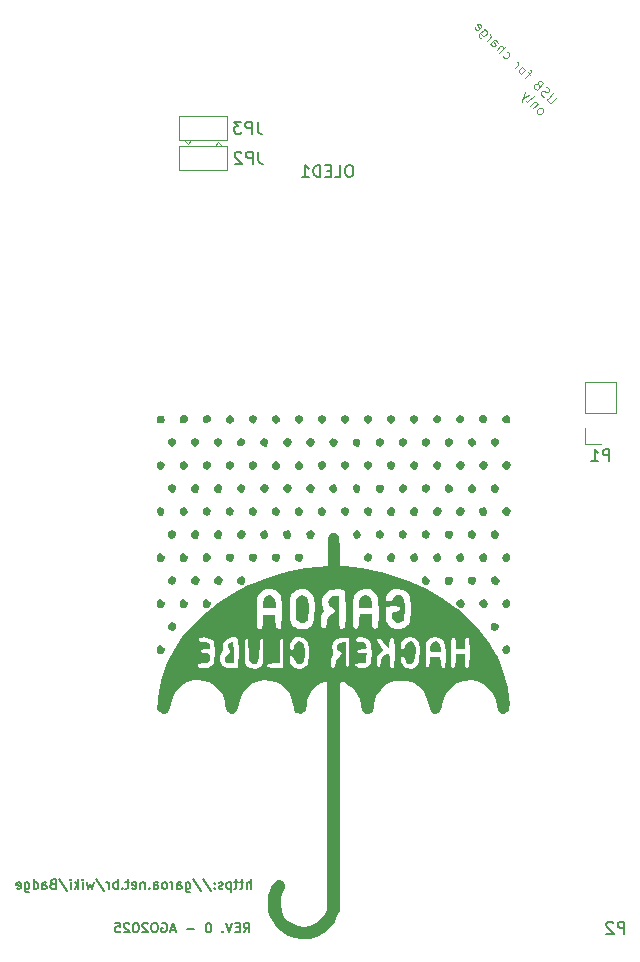
<source format=gbr>
%TF.GenerationSoftware,KiCad,Pcbnew,9.0.0*%
%TF.CreationDate,2025-08-10T17:42:25-03:00*%
%TF.ProjectId,BadgeGaroa_r2,42616467-6547-4617-926f-615f72322e6b,rev?*%
%TF.SameCoordinates,Original*%
%TF.FileFunction,Legend,Bot*%
%TF.FilePolarity,Positive*%
%FSLAX46Y46*%
G04 Gerber Fmt 4.6, Leading zero omitted, Abs format (unit mm)*
G04 Created by KiCad (PCBNEW 9.0.0) date 2025-08-10 17:42:25*
%MOMM*%
%LPD*%
G01*
G04 APERTURE LIST*
%ADD10C,0.150000*%
%ADD11C,0.100000*%
%ADD12C,0.300000*%
%ADD13C,0.149860*%
%ADD14C,0.000000*%
%ADD15C,0.120000*%
G04 APERTURE END LIST*
D10*
X87000335Y-119450528D02*
X87271268Y-119063481D01*
X87464792Y-119450528D02*
X87464792Y-118637728D01*
X87464792Y-118637728D02*
X87155154Y-118637728D01*
X87155154Y-118637728D02*
X87077744Y-118676433D01*
X87077744Y-118676433D02*
X87039039Y-118715138D01*
X87039039Y-118715138D02*
X87000335Y-118792547D01*
X87000335Y-118792547D02*
X87000335Y-118908662D01*
X87000335Y-118908662D02*
X87039039Y-118986071D01*
X87039039Y-118986071D02*
X87077744Y-119024776D01*
X87077744Y-119024776D02*
X87155154Y-119063481D01*
X87155154Y-119063481D02*
X87464792Y-119063481D01*
X86651992Y-119024776D02*
X86381058Y-119024776D01*
X86264944Y-119450528D02*
X86651992Y-119450528D01*
X86651992Y-119450528D02*
X86651992Y-118637728D01*
X86651992Y-118637728D02*
X86264944Y-118637728D01*
X86032716Y-118637728D02*
X85761783Y-119450528D01*
X85761783Y-119450528D02*
X85490849Y-118637728D01*
X85219916Y-119373119D02*
X85181211Y-119411824D01*
X85181211Y-119411824D02*
X85219916Y-119450528D01*
X85219916Y-119450528D02*
X85258620Y-119411824D01*
X85258620Y-119411824D02*
X85219916Y-119373119D01*
X85219916Y-119373119D02*
X85219916Y-119450528D01*
X84058773Y-118637728D02*
X83981363Y-118637728D01*
X83981363Y-118637728D02*
X83903954Y-118676433D01*
X83903954Y-118676433D02*
X83865249Y-118715138D01*
X83865249Y-118715138D02*
X83826544Y-118792547D01*
X83826544Y-118792547D02*
X83787839Y-118947366D01*
X83787839Y-118947366D02*
X83787839Y-119140890D01*
X83787839Y-119140890D02*
X83826544Y-119295709D01*
X83826544Y-119295709D02*
X83865249Y-119373119D01*
X83865249Y-119373119D02*
X83903954Y-119411824D01*
X83903954Y-119411824D02*
X83981363Y-119450528D01*
X83981363Y-119450528D02*
X84058773Y-119450528D01*
X84058773Y-119450528D02*
X84136182Y-119411824D01*
X84136182Y-119411824D02*
X84174887Y-119373119D01*
X84174887Y-119373119D02*
X84213592Y-119295709D01*
X84213592Y-119295709D02*
X84252296Y-119140890D01*
X84252296Y-119140890D02*
X84252296Y-118947366D01*
X84252296Y-118947366D02*
X84213592Y-118792547D01*
X84213592Y-118792547D02*
X84174887Y-118715138D01*
X84174887Y-118715138D02*
X84136182Y-118676433D01*
X84136182Y-118676433D02*
X84058773Y-118637728D01*
X82820221Y-119140890D02*
X82200945Y-119140890D01*
X81233325Y-119218300D02*
X80846278Y-119218300D01*
X81310735Y-119450528D02*
X81039802Y-118637728D01*
X81039802Y-118637728D02*
X80768868Y-119450528D01*
X80072182Y-118676433D02*
X80149592Y-118637728D01*
X80149592Y-118637728D02*
X80265706Y-118637728D01*
X80265706Y-118637728D02*
X80381820Y-118676433D01*
X80381820Y-118676433D02*
X80459230Y-118753843D01*
X80459230Y-118753843D02*
X80497935Y-118831252D01*
X80497935Y-118831252D02*
X80536639Y-118986071D01*
X80536639Y-118986071D02*
X80536639Y-119102185D01*
X80536639Y-119102185D02*
X80497935Y-119257004D01*
X80497935Y-119257004D02*
X80459230Y-119334414D01*
X80459230Y-119334414D02*
X80381820Y-119411824D01*
X80381820Y-119411824D02*
X80265706Y-119450528D01*
X80265706Y-119450528D02*
X80188297Y-119450528D01*
X80188297Y-119450528D02*
X80072182Y-119411824D01*
X80072182Y-119411824D02*
X80033478Y-119373119D01*
X80033478Y-119373119D02*
X80033478Y-119102185D01*
X80033478Y-119102185D02*
X80188297Y-119102185D01*
X79530316Y-118637728D02*
X79375497Y-118637728D01*
X79375497Y-118637728D02*
X79298087Y-118676433D01*
X79298087Y-118676433D02*
X79220678Y-118753843D01*
X79220678Y-118753843D02*
X79181973Y-118908662D01*
X79181973Y-118908662D02*
X79181973Y-119179595D01*
X79181973Y-119179595D02*
X79220678Y-119334414D01*
X79220678Y-119334414D02*
X79298087Y-119411824D01*
X79298087Y-119411824D02*
X79375497Y-119450528D01*
X79375497Y-119450528D02*
X79530316Y-119450528D01*
X79530316Y-119450528D02*
X79607725Y-119411824D01*
X79607725Y-119411824D02*
X79685135Y-119334414D01*
X79685135Y-119334414D02*
X79723839Y-119179595D01*
X79723839Y-119179595D02*
X79723839Y-118908662D01*
X79723839Y-118908662D02*
X79685135Y-118753843D01*
X79685135Y-118753843D02*
X79607725Y-118676433D01*
X79607725Y-118676433D02*
X79530316Y-118637728D01*
X78872334Y-118715138D02*
X78833630Y-118676433D01*
X78833630Y-118676433D02*
X78756220Y-118637728D01*
X78756220Y-118637728D02*
X78562696Y-118637728D01*
X78562696Y-118637728D02*
X78485287Y-118676433D01*
X78485287Y-118676433D02*
X78446582Y-118715138D01*
X78446582Y-118715138D02*
X78407877Y-118792547D01*
X78407877Y-118792547D02*
X78407877Y-118869957D01*
X78407877Y-118869957D02*
X78446582Y-118986071D01*
X78446582Y-118986071D02*
X78911039Y-119450528D01*
X78911039Y-119450528D02*
X78407877Y-119450528D01*
X77904716Y-118637728D02*
X77827306Y-118637728D01*
X77827306Y-118637728D02*
X77749897Y-118676433D01*
X77749897Y-118676433D02*
X77711192Y-118715138D01*
X77711192Y-118715138D02*
X77672487Y-118792547D01*
X77672487Y-118792547D02*
X77633782Y-118947366D01*
X77633782Y-118947366D02*
X77633782Y-119140890D01*
X77633782Y-119140890D02*
X77672487Y-119295709D01*
X77672487Y-119295709D02*
X77711192Y-119373119D01*
X77711192Y-119373119D02*
X77749897Y-119411824D01*
X77749897Y-119411824D02*
X77827306Y-119450528D01*
X77827306Y-119450528D02*
X77904716Y-119450528D01*
X77904716Y-119450528D02*
X77982125Y-119411824D01*
X77982125Y-119411824D02*
X78020830Y-119373119D01*
X78020830Y-119373119D02*
X78059535Y-119295709D01*
X78059535Y-119295709D02*
X78098239Y-119140890D01*
X78098239Y-119140890D02*
X78098239Y-118947366D01*
X78098239Y-118947366D02*
X78059535Y-118792547D01*
X78059535Y-118792547D02*
X78020830Y-118715138D01*
X78020830Y-118715138D02*
X77982125Y-118676433D01*
X77982125Y-118676433D02*
X77904716Y-118637728D01*
X77324144Y-118715138D02*
X77285440Y-118676433D01*
X77285440Y-118676433D02*
X77208030Y-118637728D01*
X77208030Y-118637728D02*
X77014506Y-118637728D01*
X77014506Y-118637728D02*
X76937097Y-118676433D01*
X76937097Y-118676433D02*
X76898392Y-118715138D01*
X76898392Y-118715138D02*
X76859687Y-118792547D01*
X76859687Y-118792547D02*
X76859687Y-118869957D01*
X76859687Y-118869957D02*
X76898392Y-118986071D01*
X76898392Y-118986071D02*
X77362849Y-119450528D01*
X77362849Y-119450528D02*
X76859687Y-119450528D01*
X76124297Y-118637728D02*
X76511345Y-118637728D01*
X76511345Y-118637728D02*
X76550049Y-119024776D01*
X76550049Y-119024776D02*
X76511345Y-118986071D01*
X76511345Y-118986071D02*
X76433935Y-118947366D01*
X76433935Y-118947366D02*
X76240411Y-118947366D01*
X76240411Y-118947366D02*
X76163002Y-118986071D01*
X76163002Y-118986071D02*
X76124297Y-119024776D01*
X76124297Y-119024776D02*
X76085592Y-119102185D01*
X76085592Y-119102185D02*
X76085592Y-119295709D01*
X76085592Y-119295709D02*
X76124297Y-119373119D01*
X76124297Y-119373119D02*
X76163002Y-119411824D01*
X76163002Y-119411824D02*
X76240411Y-119450528D01*
X76240411Y-119450528D02*
X76433935Y-119450528D01*
X76433935Y-119450528D02*
X76511345Y-119411824D01*
X76511345Y-119411824D02*
X76550049Y-119373119D01*
D11*
X113531681Y-48712395D02*
X113066418Y-49177657D01*
X113066418Y-49177657D02*
X112984313Y-49205026D01*
X112984313Y-49205026D02*
X112929576Y-49205026D01*
X112929576Y-49205026D02*
X112847471Y-49177657D01*
X112847471Y-49177657D02*
X112737997Y-49068184D01*
X112737997Y-49068184D02*
X112710629Y-48986079D01*
X112710629Y-48986079D02*
X112710629Y-48931342D01*
X112710629Y-48931342D02*
X112737997Y-48849237D01*
X112737997Y-48849237D02*
X113203260Y-48383974D01*
X112409576Y-48685026D02*
X112300103Y-48630289D01*
X112300103Y-48630289D02*
X112163261Y-48493447D01*
X112163261Y-48493447D02*
X112135892Y-48411342D01*
X112135892Y-48411342D02*
X112135892Y-48356605D01*
X112135892Y-48356605D02*
X112163261Y-48274500D01*
X112163261Y-48274500D02*
X112217997Y-48219763D01*
X112217997Y-48219763D02*
X112300103Y-48192395D01*
X112300103Y-48192395D02*
X112354839Y-48192395D01*
X112354839Y-48192395D02*
X112436945Y-48219763D01*
X112436945Y-48219763D02*
X112573787Y-48301868D01*
X112573787Y-48301868D02*
X112655892Y-48329237D01*
X112655892Y-48329237D02*
X112710629Y-48329237D01*
X112710629Y-48329237D02*
X112792734Y-48301868D01*
X112792734Y-48301868D02*
X112847471Y-48247132D01*
X112847471Y-48247132D02*
X112874839Y-48165026D01*
X112874839Y-48165026D02*
X112874839Y-48110290D01*
X112874839Y-48110290D02*
X112847471Y-48028184D01*
X112847471Y-48028184D02*
X112710629Y-47891342D01*
X112710629Y-47891342D02*
X112601155Y-47836606D01*
X111916945Y-47645027D02*
X111807472Y-47590290D01*
X111807472Y-47590290D02*
X111752735Y-47590290D01*
X111752735Y-47590290D02*
X111670630Y-47617659D01*
X111670630Y-47617659D02*
X111588524Y-47699764D01*
X111588524Y-47699764D02*
X111561156Y-47781869D01*
X111561156Y-47781869D02*
X111561156Y-47836606D01*
X111561156Y-47836606D02*
X111588524Y-47918711D01*
X111588524Y-47918711D02*
X111807472Y-48137658D01*
X111807472Y-48137658D02*
X112382208Y-47562922D01*
X112382208Y-47562922D02*
X112190629Y-47371343D01*
X112190629Y-47371343D02*
X112108524Y-47343975D01*
X112108524Y-47343975D02*
X112053787Y-47343975D01*
X112053787Y-47343975D02*
X111971682Y-47371343D01*
X111971682Y-47371343D02*
X111916945Y-47426080D01*
X111916945Y-47426080D02*
X111889577Y-47508185D01*
X111889577Y-47508185D02*
X111889577Y-47562922D01*
X111889577Y-47562922D02*
X111916945Y-47645027D01*
X111916945Y-47645027D02*
X112108524Y-47836606D01*
X111260104Y-46823975D02*
X111041157Y-46605028D01*
X110794841Y-47125027D02*
X111287472Y-46632396D01*
X111287472Y-46632396D02*
X111314841Y-46550291D01*
X111314841Y-46550291D02*
X111287472Y-46468186D01*
X111287472Y-46468186D02*
X111232735Y-46413449D01*
X110384315Y-46714502D02*
X110466420Y-46741870D01*
X110466420Y-46741870D02*
X110521157Y-46741870D01*
X110521157Y-46741870D02*
X110603262Y-46714502D01*
X110603262Y-46714502D02*
X110767473Y-46550291D01*
X110767473Y-46550291D02*
X110794841Y-46468186D01*
X110794841Y-46468186D02*
X110794841Y-46413449D01*
X110794841Y-46413449D02*
X110767473Y-46331344D01*
X110767473Y-46331344D02*
X110685367Y-46249239D01*
X110685367Y-46249239D02*
X110603262Y-46221870D01*
X110603262Y-46221870D02*
X110548525Y-46221870D01*
X110548525Y-46221870D02*
X110466420Y-46249239D01*
X110466420Y-46249239D02*
X110302210Y-46413449D01*
X110302210Y-46413449D02*
X110274841Y-46495554D01*
X110274841Y-46495554D02*
X110274841Y-46550291D01*
X110274841Y-46550291D02*
X110302210Y-46632396D01*
X110302210Y-46632396D02*
X110384315Y-46714502D01*
X109946421Y-46276608D02*
X110329579Y-45893450D01*
X110220105Y-46002924D02*
X110247473Y-45920818D01*
X110247473Y-45920818D02*
X110247473Y-45866082D01*
X110247473Y-45866082D02*
X110220105Y-45783976D01*
X110220105Y-45783976D02*
X110165368Y-45729240D01*
X108933790Y-45209240D02*
X108961159Y-45291345D01*
X108961159Y-45291345D02*
X109070632Y-45400819D01*
X109070632Y-45400819D02*
X109152737Y-45428187D01*
X109152737Y-45428187D02*
X109207474Y-45428187D01*
X109207474Y-45428187D02*
X109289579Y-45400819D01*
X109289579Y-45400819D02*
X109453790Y-45236608D01*
X109453790Y-45236608D02*
X109481158Y-45154503D01*
X109481158Y-45154503D02*
X109481158Y-45099766D01*
X109481158Y-45099766D02*
X109453790Y-45017661D01*
X109453790Y-45017661D02*
X109344316Y-44908188D01*
X109344316Y-44908188D02*
X109262211Y-44880819D01*
X108660106Y-44990293D02*
X109234842Y-44415556D01*
X108413790Y-44743977D02*
X108714843Y-44442925D01*
X108714843Y-44442925D02*
X108796948Y-44415556D01*
X108796948Y-44415556D02*
X108879053Y-44442925D01*
X108879053Y-44442925D02*
X108961158Y-44525030D01*
X108961158Y-44525030D02*
X108988527Y-44607135D01*
X108988527Y-44607135D02*
X108988527Y-44661872D01*
X107893791Y-44223978D02*
X108194844Y-43922925D01*
X108194844Y-43922925D02*
X108276949Y-43895557D01*
X108276949Y-43895557D02*
X108359054Y-43922925D01*
X108359054Y-43922925D02*
X108468528Y-44032399D01*
X108468528Y-44032399D02*
X108495896Y-44114504D01*
X107921160Y-44196609D02*
X107948528Y-44278715D01*
X107948528Y-44278715D02*
X108085370Y-44415557D01*
X108085370Y-44415557D02*
X108167475Y-44442925D01*
X108167475Y-44442925D02*
X108249580Y-44415557D01*
X108249580Y-44415557D02*
X108304317Y-44360820D01*
X108304317Y-44360820D02*
X108331686Y-44278715D01*
X108331686Y-44278715D02*
X108304317Y-44196609D01*
X108304317Y-44196609D02*
X108167475Y-44059767D01*
X108167475Y-44059767D02*
X108140107Y-43977662D01*
X107620108Y-43950294D02*
X108003265Y-43567137D01*
X107893792Y-43676610D02*
X107921160Y-43594505D01*
X107921160Y-43594505D02*
X107921160Y-43539768D01*
X107921160Y-43539768D02*
X107893792Y-43457663D01*
X107893792Y-43457663D02*
X107839055Y-43402926D01*
X107401160Y-42965032D02*
X106935898Y-43430294D01*
X106935898Y-43430294D02*
X106908529Y-43512400D01*
X106908529Y-43512400D02*
X106908529Y-43567136D01*
X106908529Y-43567136D02*
X106935898Y-43649242D01*
X106935898Y-43649242D02*
X107018003Y-43731347D01*
X107018003Y-43731347D02*
X107100108Y-43758715D01*
X107045371Y-43320821D02*
X107072740Y-43402926D01*
X107072740Y-43402926D02*
X107182213Y-43512400D01*
X107182213Y-43512400D02*
X107264318Y-43539768D01*
X107264318Y-43539768D02*
X107319055Y-43539768D01*
X107319055Y-43539768D02*
X107401160Y-43512400D01*
X107401160Y-43512400D02*
X107565371Y-43348189D01*
X107565371Y-43348189D02*
X107592739Y-43266084D01*
X107592739Y-43266084D02*
X107592739Y-43211347D01*
X107592739Y-43211347D02*
X107565371Y-43129242D01*
X107565371Y-43129242D02*
X107455897Y-43019768D01*
X107455897Y-43019768D02*
X107373792Y-42992400D01*
X106552740Y-42828190D02*
X106580109Y-42910295D01*
X106580109Y-42910295D02*
X106689582Y-43019769D01*
X106689582Y-43019769D02*
X106771687Y-43047137D01*
X106771687Y-43047137D02*
X106853793Y-43019769D01*
X106853793Y-43019769D02*
X107072740Y-42800822D01*
X107072740Y-42800822D02*
X107100108Y-42718716D01*
X107100108Y-42718716D02*
X107072740Y-42636611D01*
X107072740Y-42636611D02*
X106963266Y-42527138D01*
X106963266Y-42527138D02*
X106881161Y-42499769D01*
X106881161Y-42499769D02*
X106799056Y-42527138D01*
X106799056Y-42527138D02*
X106744319Y-42581874D01*
X106744319Y-42581874D02*
X106963266Y-42910295D01*
X111949546Y-50130319D02*
X112031651Y-50157687D01*
X112031651Y-50157687D02*
X112086388Y-50157687D01*
X112086388Y-50157687D02*
X112168493Y-50130319D01*
X112168493Y-50130319D02*
X112332704Y-49966108D01*
X112332704Y-49966108D02*
X112360072Y-49884003D01*
X112360072Y-49884003D02*
X112360072Y-49829266D01*
X112360072Y-49829266D02*
X112332704Y-49747161D01*
X112332704Y-49747161D02*
X112250599Y-49665056D01*
X112250599Y-49665056D02*
X112168493Y-49637688D01*
X112168493Y-49637688D02*
X112113757Y-49637688D01*
X112113757Y-49637688D02*
X112031651Y-49665056D01*
X112031651Y-49665056D02*
X111867441Y-49829266D01*
X111867441Y-49829266D02*
X111840073Y-49911372D01*
X111840073Y-49911372D02*
X111840073Y-49966108D01*
X111840073Y-49966108D02*
X111867441Y-50048214D01*
X111867441Y-50048214D02*
X111949546Y-50130319D01*
X111894810Y-49309267D02*
X111511652Y-49692425D01*
X111840073Y-49364004D02*
X111840073Y-49309267D01*
X111840073Y-49309267D02*
X111812705Y-49227162D01*
X111812705Y-49227162D02*
X111730599Y-49145057D01*
X111730599Y-49145057D02*
X111648494Y-49117688D01*
X111648494Y-49117688D02*
X111566389Y-49145057D01*
X111566389Y-49145057D02*
X111265337Y-49446109D01*
X110909548Y-49090320D02*
X110991653Y-49117689D01*
X110991653Y-49117689D02*
X111073758Y-49090320D01*
X111073758Y-49090320D02*
X111566389Y-48597689D01*
X111128495Y-48542952D02*
X110608496Y-48789268D01*
X110854811Y-48269268D02*
X110608496Y-48789268D01*
X110608496Y-48789268D02*
X110526390Y-48980847D01*
X110526390Y-48980847D02*
X110526390Y-49035584D01*
X110526390Y-49035584D02*
X110553759Y-49117689D01*
D10*
X87591792Y-115767528D02*
X87591792Y-114954728D01*
X87243449Y-115767528D02*
X87243449Y-115341776D01*
X87243449Y-115341776D02*
X87282154Y-115264366D01*
X87282154Y-115264366D02*
X87359563Y-115225662D01*
X87359563Y-115225662D02*
X87475677Y-115225662D01*
X87475677Y-115225662D02*
X87553087Y-115264366D01*
X87553087Y-115264366D02*
X87591792Y-115303071D01*
X86972516Y-115225662D02*
X86662878Y-115225662D01*
X86856402Y-114954728D02*
X86856402Y-115651414D01*
X86856402Y-115651414D02*
X86817697Y-115728824D01*
X86817697Y-115728824D02*
X86740287Y-115767528D01*
X86740287Y-115767528D02*
X86662878Y-115767528D01*
X86508059Y-115225662D02*
X86198421Y-115225662D01*
X86391945Y-114954728D02*
X86391945Y-115651414D01*
X86391945Y-115651414D02*
X86353240Y-115728824D01*
X86353240Y-115728824D02*
X86275830Y-115767528D01*
X86275830Y-115767528D02*
X86198421Y-115767528D01*
X85927488Y-115225662D02*
X85927488Y-116038462D01*
X85927488Y-115264366D02*
X85850078Y-115225662D01*
X85850078Y-115225662D02*
X85695259Y-115225662D01*
X85695259Y-115225662D02*
X85617850Y-115264366D01*
X85617850Y-115264366D02*
X85579145Y-115303071D01*
X85579145Y-115303071D02*
X85540440Y-115380481D01*
X85540440Y-115380481D02*
X85540440Y-115612709D01*
X85540440Y-115612709D02*
X85579145Y-115690119D01*
X85579145Y-115690119D02*
X85617850Y-115728824D01*
X85617850Y-115728824D02*
X85695259Y-115767528D01*
X85695259Y-115767528D02*
X85850078Y-115767528D01*
X85850078Y-115767528D02*
X85927488Y-115728824D01*
X85230802Y-115728824D02*
X85153393Y-115767528D01*
X85153393Y-115767528D02*
X84998574Y-115767528D01*
X84998574Y-115767528D02*
X84921164Y-115728824D01*
X84921164Y-115728824D02*
X84882460Y-115651414D01*
X84882460Y-115651414D02*
X84882460Y-115612709D01*
X84882460Y-115612709D02*
X84921164Y-115535300D01*
X84921164Y-115535300D02*
X84998574Y-115496595D01*
X84998574Y-115496595D02*
X85114688Y-115496595D01*
X85114688Y-115496595D02*
X85192098Y-115457890D01*
X85192098Y-115457890D02*
X85230802Y-115380481D01*
X85230802Y-115380481D02*
X85230802Y-115341776D01*
X85230802Y-115341776D02*
X85192098Y-115264366D01*
X85192098Y-115264366D02*
X85114688Y-115225662D01*
X85114688Y-115225662D02*
X84998574Y-115225662D01*
X84998574Y-115225662D02*
X84921164Y-115264366D01*
X84534117Y-115690119D02*
X84495412Y-115728824D01*
X84495412Y-115728824D02*
X84534117Y-115767528D01*
X84534117Y-115767528D02*
X84572821Y-115728824D01*
X84572821Y-115728824D02*
X84534117Y-115690119D01*
X84534117Y-115690119D02*
X84534117Y-115767528D01*
X84534117Y-115264366D02*
X84495412Y-115303071D01*
X84495412Y-115303071D02*
X84534117Y-115341776D01*
X84534117Y-115341776D02*
X84572821Y-115303071D01*
X84572821Y-115303071D02*
X84534117Y-115264366D01*
X84534117Y-115264366D02*
X84534117Y-115341776D01*
X83566497Y-114916024D02*
X84263183Y-115961052D01*
X82714992Y-114916024D02*
X83411678Y-115961052D01*
X82095716Y-115225662D02*
X82095716Y-115883643D01*
X82095716Y-115883643D02*
X82134421Y-115961052D01*
X82134421Y-115961052D02*
X82173125Y-115999757D01*
X82173125Y-115999757D02*
X82250535Y-116038462D01*
X82250535Y-116038462D02*
X82366649Y-116038462D01*
X82366649Y-116038462D02*
X82444059Y-115999757D01*
X82095716Y-115728824D02*
X82173125Y-115767528D01*
X82173125Y-115767528D02*
X82327944Y-115767528D01*
X82327944Y-115767528D02*
X82405354Y-115728824D01*
X82405354Y-115728824D02*
X82444059Y-115690119D01*
X82444059Y-115690119D02*
X82482763Y-115612709D01*
X82482763Y-115612709D02*
X82482763Y-115380481D01*
X82482763Y-115380481D02*
X82444059Y-115303071D01*
X82444059Y-115303071D02*
X82405354Y-115264366D01*
X82405354Y-115264366D02*
X82327944Y-115225662D01*
X82327944Y-115225662D02*
X82173125Y-115225662D01*
X82173125Y-115225662D02*
X82095716Y-115264366D01*
X81360326Y-115767528D02*
X81360326Y-115341776D01*
X81360326Y-115341776D02*
X81399031Y-115264366D01*
X81399031Y-115264366D02*
X81476440Y-115225662D01*
X81476440Y-115225662D02*
X81631259Y-115225662D01*
X81631259Y-115225662D02*
X81708669Y-115264366D01*
X81360326Y-115728824D02*
X81437735Y-115767528D01*
X81437735Y-115767528D02*
X81631259Y-115767528D01*
X81631259Y-115767528D02*
X81708669Y-115728824D01*
X81708669Y-115728824D02*
X81747373Y-115651414D01*
X81747373Y-115651414D02*
X81747373Y-115574004D01*
X81747373Y-115574004D02*
X81708669Y-115496595D01*
X81708669Y-115496595D02*
X81631259Y-115457890D01*
X81631259Y-115457890D02*
X81437735Y-115457890D01*
X81437735Y-115457890D02*
X81360326Y-115419185D01*
X80973279Y-115767528D02*
X80973279Y-115225662D01*
X80973279Y-115380481D02*
X80934574Y-115303071D01*
X80934574Y-115303071D02*
X80895869Y-115264366D01*
X80895869Y-115264366D02*
X80818460Y-115225662D01*
X80818460Y-115225662D02*
X80741050Y-115225662D01*
X80354002Y-115767528D02*
X80431412Y-115728824D01*
X80431412Y-115728824D02*
X80470117Y-115690119D01*
X80470117Y-115690119D02*
X80508821Y-115612709D01*
X80508821Y-115612709D02*
X80508821Y-115380481D01*
X80508821Y-115380481D02*
X80470117Y-115303071D01*
X80470117Y-115303071D02*
X80431412Y-115264366D01*
X80431412Y-115264366D02*
X80354002Y-115225662D01*
X80354002Y-115225662D02*
X80237888Y-115225662D01*
X80237888Y-115225662D02*
X80160479Y-115264366D01*
X80160479Y-115264366D02*
X80121774Y-115303071D01*
X80121774Y-115303071D02*
X80083069Y-115380481D01*
X80083069Y-115380481D02*
X80083069Y-115612709D01*
X80083069Y-115612709D02*
X80121774Y-115690119D01*
X80121774Y-115690119D02*
X80160479Y-115728824D01*
X80160479Y-115728824D02*
X80237888Y-115767528D01*
X80237888Y-115767528D02*
X80354002Y-115767528D01*
X79386384Y-115767528D02*
X79386384Y-115341776D01*
X79386384Y-115341776D02*
X79425089Y-115264366D01*
X79425089Y-115264366D02*
X79502498Y-115225662D01*
X79502498Y-115225662D02*
X79657317Y-115225662D01*
X79657317Y-115225662D02*
X79734727Y-115264366D01*
X79386384Y-115728824D02*
X79463793Y-115767528D01*
X79463793Y-115767528D02*
X79657317Y-115767528D01*
X79657317Y-115767528D02*
X79734727Y-115728824D01*
X79734727Y-115728824D02*
X79773431Y-115651414D01*
X79773431Y-115651414D02*
X79773431Y-115574004D01*
X79773431Y-115574004D02*
X79734727Y-115496595D01*
X79734727Y-115496595D02*
X79657317Y-115457890D01*
X79657317Y-115457890D02*
X79463793Y-115457890D01*
X79463793Y-115457890D02*
X79386384Y-115419185D01*
X78999337Y-115690119D02*
X78960632Y-115728824D01*
X78960632Y-115728824D02*
X78999337Y-115767528D01*
X78999337Y-115767528D02*
X79038041Y-115728824D01*
X79038041Y-115728824D02*
X78999337Y-115690119D01*
X78999337Y-115690119D02*
X78999337Y-115767528D01*
X78612289Y-115225662D02*
X78612289Y-115767528D01*
X78612289Y-115303071D02*
X78573584Y-115264366D01*
X78573584Y-115264366D02*
X78496174Y-115225662D01*
X78496174Y-115225662D02*
X78380060Y-115225662D01*
X78380060Y-115225662D02*
X78302651Y-115264366D01*
X78302651Y-115264366D02*
X78263946Y-115341776D01*
X78263946Y-115341776D02*
X78263946Y-115767528D01*
X77567261Y-115728824D02*
X77644670Y-115767528D01*
X77644670Y-115767528D02*
X77799489Y-115767528D01*
X77799489Y-115767528D02*
X77876899Y-115728824D01*
X77876899Y-115728824D02*
X77915603Y-115651414D01*
X77915603Y-115651414D02*
X77915603Y-115341776D01*
X77915603Y-115341776D02*
X77876899Y-115264366D01*
X77876899Y-115264366D02*
X77799489Y-115225662D01*
X77799489Y-115225662D02*
X77644670Y-115225662D01*
X77644670Y-115225662D02*
X77567261Y-115264366D01*
X77567261Y-115264366D02*
X77528556Y-115341776D01*
X77528556Y-115341776D02*
X77528556Y-115419185D01*
X77528556Y-115419185D02*
X77915603Y-115496595D01*
X77296327Y-115225662D02*
X76986689Y-115225662D01*
X77180213Y-114954728D02*
X77180213Y-115651414D01*
X77180213Y-115651414D02*
X77141508Y-115728824D01*
X77141508Y-115728824D02*
X77064098Y-115767528D01*
X77064098Y-115767528D02*
X76986689Y-115767528D01*
X76715756Y-115690119D02*
X76677051Y-115728824D01*
X76677051Y-115728824D02*
X76715756Y-115767528D01*
X76715756Y-115767528D02*
X76754460Y-115728824D01*
X76754460Y-115728824D02*
X76715756Y-115690119D01*
X76715756Y-115690119D02*
X76715756Y-115767528D01*
X76328708Y-115767528D02*
X76328708Y-114954728D01*
X76328708Y-115264366D02*
X76251298Y-115225662D01*
X76251298Y-115225662D02*
X76096479Y-115225662D01*
X76096479Y-115225662D02*
X76019070Y-115264366D01*
X76019070Y-115264366D02*
X75980365Y-115303071D01*
X75980365Y-115303071D02*
X75941660Y-115380481D01*
X75941660Y-115380481D02*
X75941660Y-115612709D01*
X75941660Y-115612709D02*
X75980365Y-115690119D01*
X75980365Y-115690119D02*
X76019070Y-115728824D01*
X76019070Y-115728824D02*
X76096479Y-115767528D01*
X76096479Y-115767528D02*
X76251298Y-115767528D01*
X76251298Y-115767528D02*
X76328708Y-115728824D01*
X75593318Y-115767528D02*
X75593318Y-115225662D01*
X75593318Y-115380481D02*
X75554613Y-115303071D01*
X75554613Y-115303071D02*
X75515908Y-115264366D01*
X75515908Y-115264366D02*
X75438499Y-115225662D01*
X75438499Y-115225662D02*
X75361089Y-115225662D01*
X74509584Y-114916024D02*
X75206270Y-115961052D01*
X74316060Y-115225662D02*
X74161241Y-115767528D01*
X74161241Y-115767528D02*
X74006422Y-115380481D01*
X74006422Y-115380481D02*
X73851603Y-115767528D01*
X73851603Y-115767528D02*
X73696784Y-115225662D01*
X73387146Y-115767528D02*
X73387146Y-115225662D01*
X73387146Y-114954728D02*
X73425850Y-114993433D01*
X73425850Y-114993433D02*
X73387146Y-115032138D01*
X73387146Y-115032138D02*
X73348441Y-114993433D01*
X73348441Y-114993433D02*
X73387146Y-114954728D01*
X73387146Y-114954728D02*
X73387146Y-115032138D01*
X73000098Y-115767528D02*
X73000098Y-114954728D01*
X72922688Y-115457890D02*
X72690460Y-115767528D01*
X72690460Y-115225662D02*
X73000098Y-115535300D01*
X72342117Y-115767528D02*
X72342117Y-115225662D01*
X72342117Y-114954728D02*
X72380821Y-114993433D01*
X72380821Y-114993433D02*
X72342117Y-115032138D01*
X72342117Y-115032138D02*
X72303412Y-114993433D01*
X72303412Y-114993433D02*
X72342117Y-114954728D01*
X72342117Y-114954728D02*
X72342117Y-115032138D01*
X71374497Y-114916024D02*
X72071183Y-115961052D01*
X70832630Y-115341776D02*
X70716516Y-115380481D01*
X70716516Y-115380481D02*
X70677811Y-115419185D01*
X70677811Y-115419185D02*
X70639107Y-115496595D01*
X70639107Y-115496595D02*
X70639107Y-115612709D01*
X70639107Y-115612709D02*
X70677811Y-115690119D01*
X70677811Y-115690119D02*
X70716516Y-115728824D01*
X70716516Y-115728824D02*
X70793926Y-115767528D01*
X70793926Y-115767528D02*
X71103564Y-115767528D01*
X71103564Y-115767528D02*
X71103564Y-114954728D01*
X71103564Y-114954728D02*
X70832630Y-114954728D01*
X70832630Y-114954728D02*
X70755221Y-114993433D01*
X70755221Y-114993433D02*
X70716516Y-115032138D01*
X70716516Y-115032138D02*
X70677811Y-115109547D01*
X70677811Y-115109547D02*
X70677811Y-115186957D01*
X70677811Y-115186957D02*
X70716516Y-115264366D01*
X70716516Y-115264366D02*
X70755221Y-115303071D01*
X70755221Y-115303071D02*
X70832630Y-115341776D01*
X70832630Y-115341776D02*
X71103564Y-115341776D01*
X69942421Y-115767528D02*
X69942421Y-115341776D01*
X69942421Y-115341776D02*
X69981126Y-115264366D01*
X69981126Y-115264366D02*
X70058535Y-115225662D01*
X70058535Y-115225662D02*
X70213354Y-115225662D01*
X70213354Y-115225662D02*
X70290764Y-115264366D01*
X69942421Y-115728824D02*
X70019830Y-115767528D01*
X70019830Y-115767528D02*
X70213354Y-115767528D01*
X70213354Y-115767528D02*
X70290764Y-115728824D01*
X70290764Y-115728824D02*
X70329468Y-115651414D01*
X70329468Y-115651414D02*
X70329468Y-115574004D01*
X70329468Y-115574004D02*
X70290764Y-115496595D01*
X70290764Y-115496595D02*
X70213354Y-115457890D01*
X70213354Y-115457890D02*
X70019830Y-115457890D01*
X70019830Y-115457890D02*
X69942421Y-115419185D01*
X69207031Y-115767528D02*
X69207031Y-114954728D01*
X69207031Y-115728824D02*
X69284440Y-115767528D01*
X69284440Y-115767528D02*
X69439259Y-115767528D01*
X69439259Y-115767528D02*
X69516669Y-115728824D01*
X69516669Y-115728824D02*
X69555374Y-115690119D01*
X69555374Y-115690119D02*
X69594078Y-115612709D01*
X69594078Y-115612709D02*
X69594078Y-115380481D01*
X69594078Y-115380481D02*
X69555374Y-115303071D01*
X69555374Y-115303071D02*
X69516669Y-115264366D01*
X69516669Y-115264366D02*
X69439259Y-115225662D01*
X69439259Y-115225662D02*
X69284440Y-115225662D01*
X69284440Y-115225662D02*
X69207031Y-115264366D01*
X68471641Y-115225662D02*
X68471641Y-115883643D01*
X68471641Y-115883643D02*
X68510346Y-115961052D01*
X68510346Y-115961052D02*
X68549050Y-115999757D01*
X68549050Y-115999757D02*
X68626460Y-116038462D01*
X68626460Y-116038462D02*
X68742574Y-116038462D01*
X68742574Y-116038462D02*
X68819984Y-115999757D01*
X68471641Y-115728824D02*
X68549050Y-115767528D01*
X68549050Y-115767528D02*
X68703869Y-115767528D01*
X68703869Y-115767528D02*
X68781279Y-115728824D01*
X68781279Y-115728824D02*
X68819984Y-115690119D01*
X68819984Y-115690119D02*
X68858688Y-115612709D01*
X68858688Y-115612709D02*
X68858688Y-115380481D01*
X68858688Y-115380481D02*
X68819984Y-115303071D01*
X68819984Y-115303071D02*
X68781279Y-115264366D01*
X68781279Y-115264366D02*
X68703869Y-115225662D01*
X68703869Y-115225662D02*
X68549050Y-115225662D01*
X68549050Y-115225662D02*
X68471641Y-115264366D01*
X67774956Y-115728824D02*
X67852365Y-115767528D01*
X67852365Y-115767528D02*
X68007184Y-115767528D01*
X68007184Y-115767528D02*
X68084594Y-115728824D01*
X68084594Y-115728824D02*
X68123298Y-115651414D01*
X68123298Y-115651414D02*
X68123298Y-115341776D01*
X68123298Y-115341776D02*
X68084594Y-115264366D01*
X68084594Y-115264366D02*
X68007184Y-115225662D01*
X68007184Y-115225662D02*
X67852365Y-115225662D01*
X67852365Y-115225662D02*
X67774956Y-115264366D01*
X67774956Y-115264366D02*
X67736251Y-115341776D01*
X67736251Y-115341776D02*
X67736251Y-115419185D01*
X67736251Y-115419185D02*
X68123298Y-115496595D01*
D12*
X95936427Y-97090557D02*
X96079285Y-97019128D01*
X96079285Y-97019128D02*
X96293570Y-97019128D01*
X96293570Y-97019128D02*
X96507856Y-97090557D01*
X96507856Y-97090557D02*
X96650713Y-97233414D01*
X96650713Y-97233414D02*
X96722142Y-97376271D01*
X96722142Y-97376271D02*
X96793570Y-97661985D01*
X96793570Y-97661985D02*
X96793570Y-97876271D01*
X96793570Y-97876271D02*
X96722142Y-98161985D01*
X96722142Y-98161985D02*
X96650713Y-98304842D01*
X96650713Y-98304842D02*
X96507856Y-98447700D01*
X96507856Y-98447700D02*
X96293570Y-98519128D01*
X96293570Y-98519128D02*
X96150713Y-98519128D01*
X96150713Y-98519128D02*
X95936427Y-98447700D01*
X95936427Y-98447700D02*
X95864999Y-98376271D01*
X95864999Y-98376271D02*
X95864999Y-97876271D01*
X95864999Y-97876271D02*
X96150713Y-97876271D01*
X95007856Y-97019128D02*
X95007856Y-97376271D01*
X95364999Y-97233414D02*
X95007856Y-97376271D01*
X95007856Y-97376271D02*
X94650713Y-97233414D01*
X95222142Y-97661985D02*
X95007856Y-97376271D01*
X95007856Y-97376271D02*
X94793570Y-97661985D01*
X93864999Y-97019128D02*
X93864999Y-97376271D01*
X94222142Y-97233414D02*
X93864999Y-97376271D01*
X93864999Y-97376271D02*
X93507856Y-97233414D01*
X94079285Y-97661985D02*
X93864999Y-97376271D01*
X93864999Y-97376271D02*
X93650713Y-97661985D01*
X92722142Y-97019128D02*
X92722142Y-97376271D01*
X93079285Y-97233414D02*
X92722142Y-97376271D01*
X92722142Y-97376271D02*
X92364999Y-97233414D01*
X92936428Y-97661985D02*
X92722142Y-97376271D01*
X92722142Y-97376271D02*
X92507856Y-97661985D01*
D10*
X96035571Y-54496619D02*
X95845095Y-54496619D01*
X95845095Y-54496619D02*
X95749857Y-54544238D01*
X95749857Y-54544238D02*
X95654619Y-54639476D01*
X95654619Y-54639476D02*
X95607000Y-54829952D01*
X95607000Y-54829952D02*
X95607000Y-55163285D01*
X95607000Y-55163285D02*
X95654619Y-55353761D01*
X95654619Y-55353761D02*
X95749857Y-55449000D01*
X95749857Y-55449000D02*
X95845095Y-55496619D01*
X95845095Y-55496619D02*
X96035571Y-55496619D01*
X96035571Y-55496619D02*
X96130809Y-55449000D01*
X96130809Y-55449000D02*
X96226047Y-55353761D01*
X96226047Y-55353761D02*
X96273666Y-55163285D01*
X96273666Y-55163285D02*
X96273666Y-54829952D01*
X96273666Y-54829952D02*
X96226047Y-54639476D01*
X96226047Y-54639476D02*
X96130809Y-54544238D01*
X96130809Y-54544238D02*
X96035571Y-54496619D01*
X94702238Y-55496619D02*
X95178428Y-55496619D01*
X95178428Y-55496619D02*
X95178428Y-54496619D01*
X94368904Y-54972809D02*
X94035571Y-54972809D01*
X93892714Y-55496619D02*
X94368904Y-55496619D01*
X94368904Y-55496619D02*
X94368904Y-54496619D01*
X94368904Y-54496619D02*
X93892714Y-54496619D01*
X93464142Y-55496619D02*
X93464142Y-54496619D01*
X93464142Y-54496619D02*
X93226047Y-54496619D01*
X93226047Y-54496619D02*
X93083190Y-54544238D01*
X93083190Y-54544238D02*
X92987952Y-54639476D01*
X92987952Y-54639476D02*
X92940333Y-54734714D01*
X92940333Y-54734714D02*
X92892714Y-54925190D01*
X92892714Y-54925190D02*
X92892714Y-55068047D01*
X92892714Y-55068047D02*
X92940333Y-55258523D01*
X92940333Y-55258523D02*
X92987952Y-55353761D01*
X92987952Y-55353761D02*
X93083190Y-55449000D01*
X93083190Y-55449000D02*
X93226047Y-55496619D01*
X93226047Y-55496619D02*
X93464142Y-55496619D01*
X91940333Y-55496619D02*
X92511761Y-55496619D01*
X92226047Y-55496619D02*
X92226047Y-54496619D01*
X92226047Y-54496619D02*
X92321285Y-54639476D01*
X92321285Y-54639476D02*
X92416523Y-54734714D01*
X92416523Y-54734714D02*
X92511761Y-54782333D01*
D13*
X119229094Y-119555426D02*
X119229094Y-118555426D01*
X119229094Y-118555426D02*
X118848142Y-118555426D01*
X118848142Y-118555426D02*
X118752904Y-118603045D01*
X118752904Y-118603045D02*
X118705285Y-118650664D01*
X118705285Y-118650664D02*
X118657666Y-118745902D01*
X118657666Y-118745902D02*
X118657666Y-118888759D01*
X118657666Y-118888759D02*
X118705285Y-118983997D01*
X118705285Y-118983997D02*
X118752904Y-119031616D01*
X118752904Y-119031616D02*
X118848142Y-119079235D01*
X118848142Y-119079235D02*
X119229094Y-119079235D01*
X118276713Y-118650664D02*
X118229094Y-118603045D01*
X118229094Y-118603045D02*
X118133856Y-118555426D01*
X118133856Y-118555426D02*
X117895761Y-118555426D01*
X117895761Y-118555426D02*
X117800523Y-118603045D01*
X117800523Y-118603045D02*
X117752904Y-118650664D01*
X117752904Y-118650664D02*
X117705285Y-118745902D01*
X117705285Y-118745902D02*
X117705285Y-118841140D01*
X117705285Y-118841140D02*
X117752904Y-118983997D01*
X117752904Y-118983997D02*
X118324332Y-119555426D01*
X118324332Y-119555426D02*
X117705285Y-119555426D01*
D10*
X117959094Y-79543619D02*
X117959094Y-78543619D01*
X117959094Y-78543619D02*
X117578142Y-78543619D01*
X117578142Y-78543619D02*
X117482904Y-78591238D01*
X117482904Y-78591238D02*
X117435285Y-78638857D01*
X117435285Y-78638857D02*
X117387666Y-78734095D01*
X117387666Y-78734095D02*
X117387666Y-78876952D01*
X117387666Y-78876952D02*
X117435285Y-78972190D01*
X117435285Y-78972190D02*
X117482904Y-79019809D01*
X117482904Y-79019809D02*
X117578142Y-79067428D01*
X117578142Y-79067428D02*
X117959094Y-79067428D01*
X116435285Y-79543619D02*
X117006713Y-79543619D01*
X116720999Y-79543619D02*
X116720999Y-78543619D01*
X116720999Y-78543619D02*
X116816237Y-78686476D01*
X116816237Y-78686476D02*
X116911475Y-78781714D01*
X116911475Y-78781714D02*
X117006713Y-78829333D01*
X88179333Y-50813619D02*
X88179333Y-51527904D01*
X88179333Y-51527904D02*
X88226952Y-51670761D01*
X88226952Y-51670761D02*
X88322190Y-51766000D01*
X88322190Y-51766000D02*
X88465047Y-51813619D01*
X88465047Y-51813619D02*
X88560285Y-51813619D01*
X87703142Y-51813619D02*
X87703142Y-50813619D01*
X87703142Y-50813619D02*
X87322190Y-50813619D01*
X87322190Y-50813619D02*
X87226952Y-50861238D01*
X87226952Y-50861238D02*
X87179333Y-50908857D01*
X87179333Y-50908857D02*
X87131714Y-51004095D01*
X87131714Y-51004095D02*
X87131714Y-51146952D01*
X87131714Y-51146952D02*
X87179333Y-51242190D01*
X87179333Y-51242190D02*
X87226952Y-51289809D01*
X87226952Y-51289809D02*
X87322190Y-51337428D01*
X87322190Y-51337428D02*
X87703142Y-51337428D01*
X86798380Y-50813619D02*
X86179333Y-50813619D01*
X86179333Y-50813619D02*
X86512666Y-51194571D01*
X86512666Y-51194571D02*
X86369809Y-51194571D01*
X86369809Y-51194571D02*
X86274571Y-51242190D01*
X86274571Y-51242190D02*
X86226952Y-51289809D01*
X86226952Y-51289809D02*
X86179333Y-51385047D01*
X86179333Y-51385047D02*
X86179333Y-51623142D01*
X86179333Y-51623142D02*
X86226952Y-51718380D01*
X86226952Y-51718380D02*
X86274571Y-51766000D01*
X86274571Y-51766000D02*
X86369809Y-51813619D01*
X86369809Y-51813619D02*
X86655523Y-51813619D01*
X86655523Y-51813619D02*
X86750761Y-51766000D01*
X86750761Y-51766000D02*
X86798380Y-51718380D01*
X88239333Y-53353619D02*
X88239333Y-54067904D01*
X88239333Y-54067904D02*
X88286952Y-54210761D01*
X88286952Y-54210761D02*
X88382190Y-54306000D01*
X88382190Y-54306000D02*
X88525047Y-54353619D01*
X88525047Y-54353619D02*
X88620285Y-54353619D01*
X87763142Y-54353619D02*
X87763142Y-53353619D01*
X87763142Y-53353619D02*
X87382190Y-53353619D01*
X87382190Y-53353619D02*
X87286952Y-53401238D01*
X87286952Y-53401238D02*
X87239333Y-53448857D01*
X87239333Y-53448857D02*
X87191714Y-53544095D01*
X87191714Y-53544095D02*
X87191714Y-53686952D01*
X87191714Y-53686952D02*
X87239333Y-53782190D01*
X87239333Y-53782190D02*
X87286952Y-53829809D01*
X87286952Y-53829809D02*
X87382190Y-53877428D01*
X87382190Y-53877428D02*
X87763142Y-53877428D01*
X86810761Y-53448857D02*
X86763142Y-53401238D01*
X86763142Y-53401238D02*
X86667904Y-53353619D01*
X86667904Y-53353619D02*
X86429809Y-53353619D01*
X86429809Y-53353619D02*
X86334571Y-53401238D01*
X86334571Y-53401238D02*
X86286952Y-53448857D01*
X86286952Y-53448857D02*
X86239333Y-53544095D01*
X86239333Y-53544095D02*
X86239333Y-53639333D01*
X86239333Y-53639333D02*
X86286952Y-53782190D01*
X86286952Y-53782190D02*
X86858380Y-54353619D01*
X86858380Y-54353619D02*
X86239333Y-54353619D01*
D14*
%TO.C,G\u002A\u002A\u002A*%
G36*
X106065880Y-92916199D02*
G01*
X107016987Y-93926181D01*
X107830534Y-95002387D01*
X108275220Y-95761413D01*
X108493726Y-96134376D01*
X108605710Y-96368372D01*
X108897057Y-97099537D01*
X109147111Y-97904451D01*
X109342504Y-98729595D01*
X109469868Y-99521447D01*
X109515834Y-100226487D01*
X109502625Y-100467919D01*
X109437621Y-100651173D01*
X109293249Y-100797987D01*
X109247417Y-100833055D01*
X109024520Y-100953691D01*
X108834591Y-100932094D01*
X108623485Y-100765648D01*
X108495176Y-100595715D01*
X108415667Y-100272730D01*
X108345440Y-99793058D01*
X108134668Y-99293456D01*
X107811039Y-98841714D01*
X107402527Y-98476369D01*
X106937106Y-98235955D01*
X106854745Y-98209309D01*
X106230762Y-98097455D01*
X105634350Y-98139900D01*
X105086060Y-98323741D01*
X104606443Y-98636075D01*
X104216049Y-99063999D01*
X103935428Y-99594609D01*
X103785132Y-100215003D01*
X103755724Y-100374607D01*
X103627427Y-100683295D01*
X103435238Y-100894920D01*
X103206629Y-100973466D01*
X103131792Y-100965361D01*
X102921673Y-100836532D01*
X102761857Y-100563067D01*
X102662893Y-100160736D01*
X102553782Y-99665496D01*
X102308957Y-99129639D01*
X101942512Y-98702199D01*
X101795912Y-98577212D01*
X101484855Y-98353615D01*
X101183139Y-98220102D01*
X100831915Y-98155562D01*
X100372333Y-98138880D01*
X100257785Y-98139954D01*
X99751277Y-98182831D01*
X99346457Y-98303363D01*
X98993812Y-98522206D01*
X98643831Y-98860018D01*
X98604962Y-98903640D01*
X98318720Y-99289861D01*
X98140583Y-99696699D01*
X98038099Y-100195710D01*
X98002614Y-100414090D01*
X97915859Y-100685902D01*
X97777710Y-100846858D01*
X97564504Y-100933835D01*
X97424448Y-100946618D01*
X97203062Y-100850197D01*
X97040739Y-100601827D01*
X96942822Y-100207746D01*
X96939990Y-100187463D01*
X96827035Y-99669551D01*
X96634714Y-99245380D01*
X96333351Y-98848782D01*
X96089229Y-98616725D01*
X95783263Y-98394461D01*
X95487978Y-98238379D01*
X95253373Y-98179466D01*
X95243433Y-98182244D01*
X95224365Y-98209096D01*
X95207385Y-98271770D01*
X95192371Y-98379167D01*
X95179203Y-98540189D01*
X95167760Y-98763734D01*
X95157919Y-99058706D01*
X95149560Y-99434003D01*
X95142561Y-99898527D01*
X95136801Y-100461178D01*
X95132159Y-101130858D01*
X95128514Y-101916466D01*
X95125744Y-102826904D01*
X95123728Y-103871072D01*
X95122344Y-105057872D01*
X95121472Y-106396202D01*
X95120991Y-107894966D01*
X95118981Y-117610466D01*
X94924642Y-118082865D01*
X94704337Y-118537312D01*
X94314365Y-119072657D01*
X93814770Y-119495554D01*
X93182400Y-119829212D01*
X93137766Y-119847314D01*
X92576056Y-119990270D01*
X91956705Y-120019010D01*
X91339625Y-119935701D01*
X90784728Y-119742510D01*
X90770081Y-119735265D01*
X90185508Y-119354986D01*
X89684814Y-118851825D01*
X89307956Y-118265738D01*
X89248362Y-118140816D01*
X89154277Y-117904328D01*
X89100082Y-117669148D01*
X89075269Y-117378464D01*
X89069333Y-116975466D01*
X89071361Y-116693869D01*
X89087101Y-116380906D01*
X89128096Y-116142488D01*
X89205618Y-115922076D01*
X89330937Y-115663133D01*
X89349416Y-115627659D01*
X89586502Y-115250904D01*
X89817044Y-115038554D01*
X90047805Y-114986555D01*
X90285550Y-115090850D01*
X90432844Y-115227434D01*
X90521610Y-115429264D01*
X90491381Y-115686739D01*
X90344305Y-116034321D01*
X90164245Y-116547011D01*
X90120556Y-117094346D01*
X90214750Y-117626021D01*
X90440489Y-118107057D01*
X90791436Y-118502477D01*
X91064430Y-118694753D01*
X91572745Y-118907754D01*
X92101849Y-118972712D01*
X92624531Y-118895244D01*
X93113578Y-118680969D01*
X93541778Y-118335503D01*
X93881921Y-117864466D01*
X94064667Y-117525799D01*
X94087574Y-107852633D01*
X94089703Y-106941093D01*
X94092747Y-105551990D01*
X94095060Y-104317646D01*
X94096521Y-103228952D01*
X94097010Y-102276800D01*
X94096409Y-101452081D01*
X94094597Y-100745688D01*
X94091455Y-100148511D01*
X94086864Y-99651442D01*
X94080703Y-99245372D01*
X94072853Y-98921194D01*
X94063195Y-98669798D01*
X94051610Y-98482076D01*
X94037976Y-98348920D01*
X94022175Y-98261221D01*
X94004088Y-98209871D01*
X93983594Y-98185761D01*
X93960574Y-98179782D01*
X93812740Y-98213483D01*
X93551883Y-98339158D01*
X93256123Y-98530800D01*
X92974458Y-98759598D01*
X92942411Y-98790516D01*
X92721879Y-99072832D01*
X92525435Y-99428533D01*
X92384333Y-99792628D01*
X92329827Y-100100121D01*
X92323860Y-100239666D01*
X92242287Y-100593930D01*
X92077218Y-100830057D01*
X91844065Y-100932365D01*
X91558242Y-100885171D01*
X91472986Y-100846546D01*
X91369199Y-100769584D01*
X91298776Y-100643257D01*
X91243258Y-100428055D01*
X91184187Y-100084466D01*
X91132666Y-99834265D01*
X90920577Y-99283217D01*
X90606546Y-98837440D01*
X90212048Y-98496738D01*
X89758564Y-98260915D01*
X89267571Y-98129775D01*
X88760547Y-98103122D01*
X88258972Y-98180759D01*
X87784322Y-98362491D01*
X87358076Y-98648122D01*
X87001713Y-99037455D01*
X86736711Y-99530295D01*
X86584548Y-100126446D01*
X86533275Y-100417159D01*
X86446677Y-100664260D01*
X86320259Y-100819059D01*
X86111762Y-100948897D01*
X85927954Y-100945618D01*
X85706286Y-100807585D01*
X85588973Y-100688044D01*
X85498764Y-100487224D01*
X85447181Y-100174474D01*
X85402988Y-99911428D01*
X85216460Y-99386251D01*
X84924385Y-98920513D01*
X84555250Y-98565605D01*
X84460679Y-98500139D01*
X84050079Y-98266757D01*
X83647364Y-98142070D01*
X83178916Y-98101240D01*
X82798965Y-98122245D01*
X82203184Y-98275752D01*
X81692660Y-98566239D01*
X81282850Y-98980392D01*
X80989215Y-99504899D01*
X80827215Y-100126446D01*
X80775942Y-100417159D01*
X80689344Y-100664260D01*
X80562926Y-100819059D01*
X80523614Y-100850031D01*
X80331014Y-100955775D01*
X80151576Y-100936308D01*
X79925031Y-100788768D01*
X79690226Y-100604071D01*
X79744381Y-99793935D01*
X79825209Y-99050054D01*
X80089680Y-97848007D01*
X80444601Y-96867133D01*
X83142667Y-96867133D01*
X83143921Y-96898877D01*
X83183981Y-96987994D01*
X83310963Y-97033717D01*
X83566000Y-97054225D01*
X83576944Y-97054667D01*
X83992531Y-97035903D01*
X84276475Y-96936876D01*
X84449465Y-96750474D01*
X84473529Y-96674524D01*
X84507577Y-96440174D01*
X84528715Y-96141806D01*
X84977886Y-96141806D01*
X84997185Y-96483564D01*
X85163260Y-96794172D01*
X85245416Y-96881021D01*
X85391094Y-96978080D01*
X85595023Y-97031780D01*
X85912723Y-97061959D01*
X86106969Y-97072137D01*
X86335574Y-97068438D01*
X86458923Y-97031410D01*
X86516797Y-96953940D01*
X86518612Y-96948623D01*
X86539283Y-96800204D01*
X86556145Y-96523213D01*
X86567504Y-96155307D01*
X86568804Y-96023776D01*
X87092515Y-96023776D01*
X87107361Y-96395415D01*
X87151891Y-96654502D01*
X87234689Y-96829756D01*
X87364340Y-96949894D01*
X87549429Y-97043634D01*
X87699156Y-97104617D01*
X87867633Y-97149987D01*
X88018450Y-97128611D01*
X88237167Y-97040042D01*
X88400776Y-96955116D01*
X88496699Y-96867133D01*
X88984667Y-96867133D01*
X88985964Y-96899399D01*
X89016231Y-96973797D01*
X89112779Y-97018806D01*
X89309957Y-97044566D01*
X89642115Y-97061217D01*
X89778702Y-97065465D01*
X90090507Y-97062302D01*
X90269788Y-97032426D01*
X90343116Y-96972473D01*
X90347826Y-96952460D01*
X90360494Y-96786676D01*
X90367598Y-96496068D01*
X90368609Y-96114971D01*
X90363001Y-95677722D01*
X90359881Y-95531032D01*
X90351324Y-95247689D01*
X90900641Y-95247689D01*
X90945707Y-95441459D01*
X91080167Y-95539147D01*
X91088778Y-95540659D01*
X91197326Y-95510288D01*
X91228333Y-95349341D01*
X91238290Y-95264645D01*
X91339283Y-95043174D01*
X91508199Y-94865559D01*
X91694000Y-94792799D01*
X91822712Y-94836547D01*
X91990333Y-94962133D01*
X92065894Y-95056307D01*
X92123971Y-95207449D01*
X92152238Y-95439185D01*
X92159667Y-95795677D01*
X92154103Y-96122786D01*
X92129690Y-96358419D01*
X92077282Y-96508162D01*
X91987770Y-96615453D01*
X91836449Y-96706099D01*
X91609151Y-96707723D01*
X91404144Y-96572107D01*
X91259556Y-96314983D01*
X91174634Y-96126975D01*
X91061054Y-96029243D01*
X90962764Y-96083314D01*
X90954082Y-96114971D01*
X90905818Y-96290957D01*
X90902813Y-96347727D01*
X90961014Y-96646188D01*
X91118825Y-96896667D01*
X91341741Y-97039882D01*
X91466035Y-97074637D01*
X91651667Y-97123841D01*
X91782496Y-97124078D01*
X92023449Y-97046966D01*
X92256592Y-96910861D01*
X92407000Y-96752589D01*
X92425058Y-96695542D01*
X94368813Y-96695542D01*
X94400765Y-96915322D01*
X94495919Y-97045949D01*
X94648789Y-97051460D01*
X94660262Y-97046496D01*
X94754390Y-96920488D01*
X94784333Y-96654185D01*
X94797551Y-96445000D01*
X94869384Y-96287888D01*
X95037798Y-96164695D01*
X95181018Y-96049157D01*
X95278841Y-95900737D01*
X95296159Y-95776321D01*
X95213714Y-95724133D01*
X95201937Y-95723500D01*
X95055836Y-95643234D01*
X94925425Y-95478470D01*
X94869000Y-95300799D01*
X94929296Y-95103112D01*
X95114737Y-94940206D01*
X95380518Y-94877466D01*
X95625941Y-94877466D01*
X95649637Y-95950040D01*
X95666140Y-96437487D01*
X95692174Y-96779304D01*
X95729262Y-96981154D01*
X95779122Y-97057748D01*
X95786952Y-97060201D01*
X95858217Y-97059592D01*
X95908415Y-96995142D01*
X95935632Y-96867133D01*
X96435333Y-96867133D01*
X96436500Y-96897622D01*
X96476396Y-96987682D01*
X96603440Y-97034718D01*
X96858667Y-97057150D01*
X97172938Y-97049695D01*
X97491161Y-96956254D01*
X97726500Y-96755757D01*
X97767154Y-96654665D01*
X97806126Y-96407094D01*
X97815840Y-96255905D01*
X98265136Y-96255905D01*
X98272400Y-96542645D01*
X98298608Y-96831332D01*
X98346697Y-96989977D01*
X98425000Y-97036466D01*
X98485675Y-97011734D01*
X98552568Y-96870169D01*
X98597549Y-96582790D01*
X98614167Y-96454486D01*
X98713480Y-96133392D01*
X98890597Y-95951093D01*
X99156981Y-95893466D01*
X99176216Y-95893664D01*
X99271240Y-95912709D01*
X99326386Y-95989289D01*
X99355801Y-96160663D01*
X99373632Y-96464091D01*
X99380389Y-96594499D01*
X99408735Y-96863413D01*
X99457666Y-97007871D01*
X99536180Y-97060914D01*
X99620884Y-97059824D01*
X99688691Y-97000666D01*
X99734481Y-96859722D01*
X99762245Y-96615132D01*
X99774245Y-96291720D01*
X100303761Y-96291720D01*
X100317920Y-96575575D01*
X100464070Y-96850916D01*
X100757429Y-97043634D01*
X100907156Y-97104617D01*
X101075633Y-97149987D01*
X101226450Y-97128611D01*
X101445167Y-97040042D01*
X101484699Y-97022227D01*
X101662242Y-96913301D01*
X101781169Y-96762429D01*
X101852488Y-96537922D01*
X101887207Y-96208090D01*
X101896333Y-95741244D01*
X101896313Y-95688865D01*
X101892685Y-95317137D01*
X101876945Y-95070127D01*
X101851096Y-94954381D01*
X102399059Y-94954381D01*
X102417051Y-95741244D01*
X102422863Y-95995423D01*
X102434727Y-96400872D01*
X102452848Y-96716816D01*
X102479607Y-96911231D01*
X102518661Y-97009365D01*
X102573667Y-97036466D01*
X102639127Y-97006875D01*
X102701684Y-96860963D01*
X102743000Y-96570799D01*
X102785333Y-96105133D01*
X103208667Y-96105133D01*
X103632000Y-96105133D01*
X103674333Y-96570065D01*
X103703089Y-96797262D01*
X103762644Y-96989298D01*
X103854180Y-97061055D01*
X103855152Y-97061237D01*
X103956572Y-97052178D01*
X104026240Y-96965437D01*
X104069450Y-96778184D01*
X104091495Y-96467589D01*
X104097667Y-96010822D01*
X104093140Y-95766466D01*
X104521000Y-95766466D01*
X104522264Y-96010822D01*
X104522762Y-96107091D01*
X104533187Y-96493171D01*
X104555216Y-96752305D01*
X104591401Y-96909823D01*
X104644291Y-96991054D01*
X104764043Y-97056795D01*
X104866705Y-97004684D01*
X104925552Y-96800988D01*
X104944333Y-96438802D01*
X104944333Y-95893466D01*
X105325333Y-95893466D01*
X105706333Y-95893466D01*
X105706333Y-96352208D01*
X105709944Y-96530089D01*
X105728567Y-96787350D01*
X105757725Y-96944874D01*
X105786365Y-96997465D01*
X105923498Y-97077196D01*
X106073222Y-97022355D01*
X106080779Y-97003968D01*
X106100022Y-96850184D01*
X106115538Y-96570526D01*
X106125896Y-96196951D01*
X106129667Y-95761413D01*
X106126885Y-95307353D01*
X106115957Y-94941675D01*
X106094739Y-94702321D01*
X106061119Y-94566680D01*
X106012984Y-94512140D01*
X105978657Y-94501577D01*
X105830612Y-94540487D01*
X105738215Y-94730791D01*
X105706333Y-95063733D01*
X105706333Y-95470133D01*
X105325333Y-95470133D01*
X104944333Y-95470133D01*
X104944333Y-95009463D01*
X104937966Y-94815467D01*
X104889506Y-94565869D01*
X104792121Y-94475461D01*
X104644291Y-94541877D01*
X104607031Y-94588839D01*
X104565567Y-94718143D01*
X104539108Y-94940628D01*
X104525102Y-95281625D01*
X104521000Y-95766466D01*
X104093140Y-95766466D01*
X104091634Y-95685158D01*
X104044441Y-95196485D01*
X103942209Y-94846110D01*
X103775181Y-94616969D01*
X103533603Y-94491998D01*
X103207720Y-94454133D01*
X103167568Y-94454838D01*
X102896536Y-94516940D01*
X102649184Y-94704257D01*
X102399059Y-94954381D01*
X101851096Y-94954381D01*
X101840700Y-94907830D01*
X101775557Y-94790238D01*
X101673121Y-94677345D01*
X101663340Y-94667722D01*
X101383262Y-94491357D01*
X101073877Y-94441519D01*
X100773254Y-94503370D01*
X100519464Y-94662072D01*
X100350576Y-94902790D01*
X100304660Y-95210685D01*
X100344192Y-95398805D01*
X100436405Y-95507077D01*
X100545595Y-95461856D01*
X100639721Y-95258564D01*
X100753198Y-95000029D01*
X100938889Y-94837039D01*
X101159636Y-94820829D01*
X101388333Y-94962133D01*
X101447061Y-95030775D01*
X101515185Y-95178444D01*
X101548715Y-95401910D01*
X101557148Y-95727575D01*
X101557667Y-95747627D01*
X101537326Y-96145708D01*
X101457225Y-96482392D01*
X101312133Y-96677310D01*
X101097566Y-96740133D01*
X100952193Y-96715965D01*
X100764147Y-96562794D01*
X100635534Y-96258712D01*
X100580864Y-96120232D01*
X100470448Y-96025116D01*
X100365402Y-96083540D01*
X100303761Y-96291720D01*
X99774245Y-96291720D01*
X99775977Y-96245036D01*
X99779667Y-95727575D01*
X99773760Y-95228076D01*
X99754745Y-94874568D01*
X99721023Y-94655636D01*
X99670994Y-94554009D01*
X99603138Y-94510466D01*
X99474664Y-94527622D01*
X99386176Y-94704744D01*
X99340261Y-95038042D01*
X99314000Y-95491256D01*
X99035577Y-95102486D01*
X98832253Y-94824614D01*
X98660975Y-94615800D01*
X98540043Y-94515588D01*
X98446700Y-94506065D01*
X98358191Y-94569322D01*
X98308537Y-94630690D01*
X98296924Y-94725570D01*
X98365929Y-94867781D01*
X98529011Y-95099061D01*
X98827116Y-95501514D01*
X98613125Y-95703334D01*
X98536958Y-95775169D01*
X98386765Y-95926432D01*
X98295734Y-96072328D01*
X98265136Y-96255905D01*
X97815840Y-96255905D01*
X97827518Y-96074157D01*
X97831153Y-95703334D01*
X97816851Y-95342104D01*
X97784433Y-95037945D01*
X97733721Y-94838337D01*
X97690724Y-94767785D01*
X97513374Y-94618690D01*
X97271197Y-94514228D01*
X97007482Y-94460555D01*
X96765518Y-94463823D01*
X96588595Y-94530186D01*
X96520000Y-94665799D01*
X96520586Y-94686701D01*
X96559103Y-94783757D01*
X96686632Y-94840652D01*
X96943333Y-94877466D01*
X97131793Y-94899100D01*
X97294155Y-94942434D01*
X97365733Y-95028704D01*
X97392837Y-95190123D01*
X97401761Y-95321852D01*
X97371589Y-95421168D01*
X97255468Y-95465261D01*
X97011837Y-95486456D01*
X96847998Y-95501930D01*
X96661390Y-95552509D01*
X96604667Y-95639466D01*
X96620575Y-95691394D01*
X96744296Y-95757649D01*
X97011276Y-95792453D01*
X97417884Y-95818440D01*
X97392769Y-96208143D01*
X97392276Y-96215786D01*
X97366667Y-96613133D01*
X96901000Y-96655466D01*
X96776809Y-96667922D01*
X96561051Y-96705702D01*
X96460250Y-96766185D01*
X96435333Y-96867133D01*
X95935632Y-96867133D01*
X95940170Y-96845792D01*
X95956103Y-96590480D01*
X95958839Y-96208143D01*
X95951001Y-95677722D01*
X95927333Y-94496466D01*
X95436595Y-94506543D01*
X95141252Y-94526057D01*
X94914793Y-94587565D01*
X94742487Y-94707675D01*
X94557603Y-94955029D01*
X94475286Y-95284810D01*
X94546629Y-95615284D01*
X94589623Y-95725850D01*
X94605054Y-95765532D01*
X94602308Y-95928038D01*
X94510361Y-96144201D01*
X94405549Y-96422573D01*
X94368813Y-96695542D01*
X92425058Y-96695542D01*
X92431605Y-96674860D01*
X92465964Y-96438808D01*
X92489563Y-96107225D01*
X92498333Y-95725850D01*
X92498328Y-95699479D01*
X92494928Y-95313724D01*
X92480063Y-95056081D01*
X92446116Y-94887563D01*
X92385472Y-94769182D01*
X92290515Y-94661951D01*
X92219314Y-94597284D01*
X92004132Y-94485354D01*
X91705375Y-94454133D01*
X91471082Y-94468987D01*
X91281578Y-94545224D01*
X91104377Y-94719956D01*
X91073148Y-94759347D01*
X90943583Y-95004697D01*
X90900641Y-95247689D01*
X90351324Y-95247689D01*
X90346701Y-95094588D01*
X90328417Y-94796910D01*
X90301969Y-94613996D01*
X90264295Y-94521848D01*
X90212333Y-94496466D01*
X90158612Y-94522497D01*
X90119782Y-94618134D01*
X90093009Y-94808309D01*
X90074802Y-95117952D01*
X90061667Y-95571991D01*
X90051342Y-96041219D01*
X90038000Y-96647515D01*
X89511334Y-96672657D01*
X89279073Y-96687106D01*
X89090331Y-96717239D01*
X89004787Y-96772599D01*
X88984667Y-96867133D01*
X88496699Y-96867133D01*
X88530376Y-96836244D01*
X88613823Y-96663455D01*
X88659370Y-96408022D01*
X88675271Y-96041219D01*
X88669778Y-95534319D01*
X88658034Y-95132988D01*
X88639926Y-94816591D01*
X88613166Y-94621891D01*
X88574081Y-94523609D01*
X88519000Y-94496466D01*
X88479141Y-94508863D01*
X88432522Y-94586247D01*
X88398323Y-94756757D01*
X88372164Y-95045795D01*
X88349667Y-95478763D01*
X88338010Y-95715457D01*
X88302564Y-96146031D01*
X88247981Y-96440651D01*
X88165720Y-96622452D01*
X88047239Y-96714568D01*
X87884000Y-96740133D01*
X87806627Y-96735667D01*
X87663993Y-96683871D01*
X87562388Y-96555417D01*
X87493270Y-96327170D01*
X87448098Y-95975996D01*
X87418333Y-95478763D01*
X87403623Y-95174602D01*
X87379190Y-94839815D01*
X87348194Y-94632131D01*
X87306257Y-94526148D01*
X87249000Y-94496466D01*
X87199413Y-94517301D01*
X87158663Y-94606044D01*
X87130663Y-94788276D01*
X87111740Y-95089275D01*
X87098222Y-95534319D01*
X87095892Y-95734141D01*
X87092515Y-96023776D01*
X86568804Y-96023776D01*
X86571667Y-95734141D01*
X86567557Y-95275760D01*
X86549192Y-94915056D01*
X86509219Y-94676885D01*
X86440309Y-94536904D01*
X86335135Y-94470768D01*
X86186368Y-94454133D01*
X85986158Y-94472856D01*
X85656829Y-94593610D01*
X85404763Y-94800980D01*
X85260643Y-95065228D01*
X85255153Y-95356619D01*
X85261595Y-95524519D01*
X85160848Y-95729699D01*
X85135043Y-95782252D01*
X85106801Y-95820494D01*
X84977886Y-96141806D01*
X84528715Y-96141806D01*
X84530970Y-96109980D01*
X84539667Y-95729699D01*
X84538428Y-95485244D01*
X84527657Y-95161650D01*
X84500820Y-94949648D01*
X84451944Y-94812347D01*
X84375056Y-94712855D01*
X84368759Y-94706673D01*
X84166099Y-94575834D01*
X83909522Y-94495105D01*
X83641892Y-94465322D01*
X83406070Y-94487318D01*
X83244920Y-94561930D01*
X83201303Y-94689991D01*
X83230925Y-94755001D01*
X83363499Y-94825637D01*
X83629754Y-94860917D01*
X83790207Y-94876660D01*
X84005815Y-94939090D01*
X84122346Y-95058033D01*
X84166685Y-95156515D01*
X84171709Y-95334544D01*
X84030581Y-95437184D01*
X83737991Y-95470133D01*
X83621722Y-95474131D01*
X83430040Y-95504453D01*
X83354333Y-95554799D01*
X83354324Y-95562978D01*
X83352256Y-95702966D01*
X83375087Y-95726727D01*
X83519906Y-95772298D01*
X83754422Y-95808799D01*
X83936966Y-95830531D01*
X84092417Y-95875712D01*
X84159006Y-95971059D01*
X84184115Y-96154713D01*
X84180348Y-96370035D01*
X84096223Y-96535171D01*
X83899896Y-96627926D01*
X83563850Y-96671217D01*
X83497863Y-96675742D01*
X83273272Y-96705586D01*
X83168503Y-96763043D01*
X83142667Y-96867133D01*
X80444601Y-96867133D01*
X80512538Y-96679378D01*
X81087804Y-95551751D01*
X81809503Y-94472714D01*
X82671655Y-93449850D01*
X83668284Y-92490748D01*
X83859821Y-92339620D01*
X88095667Y-92339620D01*
X88095858Y-92465111D01*
X88103445Y-92978101D01*
X88125751Y-93344835D01*
X88167781Y-93584268D01*
X88234537Y-93715351D01*
X88331023Y-93757040D01*
X88462241Y-93728286D01*
X88468075Y-93725882D01*
X88546227Y-93639761D01*
X88594637Y-93445579D01*
X88621139Y-93112992D01*
X88646000Y-92549133D01*
X89154000Y-92549133D01*
X89662000Y-92549133D01*
X89687185Y-93077471D01*
X89713858Y-93385982D01*
X89767472Y-93583872D01*
X89856519Y-93679863D01*
X89952054Y-93722865D01*
X90053199Y-93735602D01*
X90124321Y-93676954D01*
X90170608Y-93527339D01*
X90197247Y-93267180D01*
X90209426Y-92876895D01*
X90211302Y-92528446D01*
X90899080Y-92528446D01*
X90924714Y-92912193D01*
X90984358Y-93192868D01*
X91084063Y-93400853D01*
X91229880Y-93566532D01*
X91307424Y-93625783D01*
X91619085Y-93752494D01*
X91987666Y-93792137D01*
X92346869Y-93742974D01*
X92630394Y-93603266D01*
X92770456Y-93460067D01*
X92861440Y-93295767D01*
X93513560Y-93295767D01*
X93561575Y-93540598D01*
X93662500Y-93677713D01*
X93709080Y-93699632D01*
X93887086Y-93721174D01*
X93989516Y-93597563D01*
X94022333Y-93322916D01*
X94066448Y-92996314D01*
X94228542Y-92690887D01*
X94496544Y-92503551D01*
X94626572Y-92412034D01*
X94701452Y-92245242D01*
X94673935Y-92079089D01*
X94538956Y-91976522D01*
X94390267Y-91888763D01*
X94236606Y-91718325D01*
X94193260Y-91647928D01*
X94140715Y-91480141D01*
X94198324Y-91305977D01*
X94320773Y-91119800D01*
X94493300Y-91012461D01*
X94763167Y-90984096D01*
X95038333Y-90982799D01*
X95038333Y-92246752D01*
X95038535Y-92401551D01*
X95043387Y-92869123D01*
X95056597Y-93200871D01*
X95080665Y-93423053D01*
X95118093Y-93561928D01*
X95171381Y-93643752D01*
X95256239Y-93724860D01*
X95319548Y-93774225D01*
X95355548Y-93756849D01*
X95482833Y-93685351D01*
X95508560Y-93667741D01*
X95555369Y-93607384D01*
X95588610Y-93498651D01*
X95610539Y-93317354D01*
X95623410Y-93039304D01*
X95629478Y-92640313D01*
X95630120Y-92410783D01*
X96223667Y-92410783D01*
X96224655Y-92768050D01*
X96230955Y-93140278D01*
X96245979Y-93390413D01*
X96273026Y-93545953D01*
X96315398Y-93634397D01*
X96376396Y-93683246D01*
X96539411Y-93731327D01*
X96670080Y-93657005D01*
X96754706Y-93437792D01*
X96800648Y-93062929D01*
X96836060Y-92506799D01*
X97334197Y-92506799D01*
X97832333Y-92506799D01*
X97832333Y-93054154D01*
X97834322Y-93230407D01*
X97854101Y-93472573D01*
X97904216Y-93611038D01*
X97995787Y-93688986D01*
X98138729Y-93730155D01*
X98292120Y-93643584D01*
X98337264Y-93580462D01*
X98380255Y-93445698D01*
X98407160Y-93226459D01*
X98421052Y-92894505D01*
X98423356Y-92618514D01*
X99029968Y-92618514D01*
X99073717Y-93050854D01*
X99204402Y-93368286D01*
X99431015Y-93597625D01*
X99785479Y-93763679D01*
X100188667Y-93798482D01*
X100574653Y-93690216D01*
X100900282Y-93443410D01*
X100911534Y-93430797D01*
X101004040Y-93319348D01*
X101066580Y-93208249D01*
X101105016Y-93063564D01*
X101125212Y-92851356D01*
X101133030Y-92537689D01*
X101134333Y-92088626D01*
X101132914Y-91658012D01*
X101124864Y-91335968D01*
X101104688Y-91116912D01*
X101066894Y-90966767D01*
X101005991Y-90851454D01*
X100916486Y-90736894D01*
X100811725Y-90630916D01*
X100478569Y-90435583D01*
X100095367Y-90356749D01*
X99713632Y-90399997D01*
X99384878Y-90570909D01*
X99306216Y-90649550D01*
X99163147Y-90866294D01*
X99073987Y-91097351D01*
X99069658Y-91273769D01*
X99130066Y-91355336D01*
X99293441Y-91405043D01*
X99478882Y-91356139D01*
X99620030Y-91215633D01*
X99720306Y-91068442D01*
X99948377Y-90913664D01*
X100205397Y-90911310D01*
X100457000Y-91067466D01*
X100508707Y-91126191D01*
X100569526Y-91242698D01*
X100605245Y-91416126D01*
X100622101Y-91683905D01*
X100626333Y-92083466D01*
X100624930Y-92343403D01*
X100613792Y-92658637D01*
X100586250Y-92864772D01*
X100536066Y-92999238D01*
X100457000Y-93099466D01*
X100296077Y-93210119D01*
X100082145Y-93268799D01*
X99948510Y-93239361D01*
X99741742Y-93086568D01*
X99586722Y-92849380D01*
X99525667Y-92580048D01*
X99538846Y-92430251D01*
X99616872Y-92353349D01*
X99811633Y-92337466D01*
X99840387Y-92337025D01*
X100095576Y-92281647D01*
X100236214Y-92149543D01*
X100236343Y-91963567D01*
X100210522Y-91917086D01*
X100117763Y-91861753D01*
X99934160Y-91840834D01*
X99621049Y-91847002D01*
X99060000Y-91871799D01*
X99034426Y-92415123D01*
X99034284Y-92421597D01*
X99029968Y-92618514D01*
X98423356Y-92618514D01*
X98425000Y-92421597D01*
X98424969Y-92392863D01*
X98417200Y-91959484D01*
X98397683Y-91570903D01*
X98369239Y-91268623D01*
X98334694Y-91094144D01*
X98268414Y-90946205D01*
X98012344Y-90614344D01*
X97675231Y-90414356D01*
X97285795Y-90358703D01*
X96872755Y-90459845D01*
X96759520Y-90513741D01*
X96560036Y-90644158D01*
X96416062Y-90814492D01*
X96319019Y-91050532D01*
X96260325Y-91378068D01*
X96231401Y-91822888D01*
X96227806Y-92096192D01*
X96223667Y-92410783D01*
X95630120Y-92410783D01*
X95631000Y-92096192D01*
X95629732Y-91747823D01*
X95620218Y-91216975D01*
X95600795Y-90838122D01*
X95570759Y-90600096D01*
X95529400Y-90491733D01*
X95435115Y-90443257D01*
X95197107Y-90404336D01*
X94888065Y-90401210D01*
X94563586Y-90433480D01*
X94279265Y-90500745D01*
X94031922Y-90634804D01*
X93783469Y-90911703D01*
X93636921Y-91260974D01*
X93609578Y-91636572D01*
X93718744Y-91992452D01*
X93748516Y-92057858D01*
X93775511Y-92117162D01*
X93773395Y-92262756D01*
X93673727Y-92458119D01*
X93574313Y-92694867D01*
X93517969Y-92996197D01*
X93513560Y-93295767D01*
X92861440Y-93295767D01*
X92884971Y-93253274D01*
X92957425Y-92971320D01*
X92995364Y-92583188D01*
X93006333Y-92057858D01*
X93006306Y-92004834D01*
X93002154Y-91590246D01*
X92986734Y-91301874D01*
X92954034Y-91100795D01*
X92898040Y-90948084D01*
X92812738Y-90804820D01*
X92563486Y-90549584D01*
X92216988Y-90389539D01*
X91835543Y-90358029D01*
X91461737Y-90457921D01*
X91138152Y-90692082D01*
X91091702Y-90743705D01*
X91017823Y-90851329D01*
X90968696Y-90988666D01*
X90937695Y-91190618D01*
X90918197Y-91492088D01*
X90903577Y-91927979D01*
X90901407Y-92011244D01*
X90899942Y-92336906D01*
X90899080Y-92528446D01*
X90211302Y-92528446D01*
X90212333Y-92336906D01*
X90211897Y-91940599D01*
X90207919Y-91544171D01*
X90196384Y-91265333D01*
X90173283Y-91074636D01*
X90134606Y-90942630D01*
X90076344Y-90839866D01*
X89994486Y-90736894D01*
X89978977Y-90718867D01*
X89664107Y-90473721D01*
X89296225Y-90361395D01*
X88916806Y-90380238D01*
X88567327Y-90528597D01*
X88289262Y-90804820D01*
X88280487Y-90817937D01*
X88207222Y-90941119D01*
X88156316Y-91073875D01*
X88123737Y-91248155D01*
X88105456Y-91495906D01*
X88097442Y-91849078D01*
X88095667Y-92339620D01*
X83859821Y-92339620D01*
X84793412Y-91602992D01*
X86041061Y-90794168D01*
X87405254Y-90071863D01*
X87409622Y-90069783D01*
X88529873Y-89591380D01*
X89726144Y-89179430D01*
X90949479Y-88847236D01*
X92150917Y-88608099D01*
X93281500Y-88475320D01*
X94107000Y-88417806D01*
X94107000Y-87188136D01*
X94107252Y-87016530D01*
X94112306Y-86564020D01*
X94126003Y-86244309D01*
X94151160Y-86029563D01*
X94190594Y-85891949D01*
X94247122Y-85803633D01*
X94462391Y-85674047D01*
X94727156Y-85667219D01*
X94968167Y-85788921D01*
X95017923Y-85844300D01*
X95064029Y-85942077D01*
X95094486Y-86097119D01*
X95112397Y-86337433D01*
X95120867Y-86691031D01*
X95123000Y-87185921D01*
X95123000Y-88442799D01*
X95556634Y-88442799D01*
X95644740Y-88443693D01*
X96263297Y-88486139D01*
X96992712Y-88586462D01*
X97794635Y-88736774D01*
X98630716Y-88929185D01*
X99462606Y-89155804D01*
X100251953Y-89408744D01*
X101141728Y-89747326D01*
X102515135Y-90388004D01*
X103802159Y-91136670D01*
X104990005Y-91982882D01*
X105111901Y-92088626D01*
X106065880Y-92916199D01*
G37*
G36*
X109478067Y-95219508D02*
G01*
X109574933Y-95372001D01*
X109590721Y-95598708D01*
X109499400Y-95791866D01*
X109314909Y-95884843D01*
X109124475Y-95851696D01*
X108972228Y-95727305D01*
X108901611Y-95547238D01*
X108956069Y-95347059D01*
X109069872Y-95221535D01*
X109275365Y-95143994D01*
X109478067Y-95219508D01*
G37*
G36*
X80092953Y-95183600D02*
G01*
X80273931Y-95347059D01*
X80308669Y-95403271D01*
X80342021Y-95544226D01*
X80258079Y-95706893D01*
X80234317Y-95738342D01*
X80043702Y-95872900D01*
X79846295Y-95868474D01*
X79691570Y-95740871D01*
X79629000Y-95505899D01*
X79633263Y-95441021D01*
X79723258Y-95242738D01*
X79892942Y-95152878D01*
X80092953Y-95183600D01*
G37*
G36*
X108499990Y-93310821D02*
G01*
X108616039Y-93440959D01*
X108657170Y-93624131D01*
X108536619Y-93813085D01*
X108433191Y-93891387D01*
X108209371Y-93939781D01*
X108009267Y-93844533D01*
X107943594Y-93759577D01*
X107899924Y-93561130D01*
X107968337Y-93379390D01*
X108114226Y-93251998D01*
X108302979Y-93216595D01*
X108499990Y-93310821D01*
G37*
G36*
X80957153Y-93184564D02*
G01*
X81148180Y-93265568D01*
X81273230Y-93443796D01*
X81306137Y-93657400D01*
X81220733Y-93844533D01*
X81209314Y-93855338D01*
X81018157Y-93931220D01*
X80805042Y-93890702D01*
X80631819Y-93759951D01*
X80560333Y-93565133D01*
X80623129Y-93404805D01*
X80774506Y-93251508D01*
X80941333Y-93184133D01*
X80957153Y-93184564D01*
G37*
G36*
X109478067Y-91324841D02*
G01*
X109574933Y-91477334D01*
X109590721Y-91704041D01*
X109499400Y-91897199D01*
X109314909Y-91990176D01*
X109124475Y-91957029D01*
X108972228Y-91832639D01*
X108901611Y-91652571D01*
X108956069Y-91452393D01*
X109069872Y-91326868D01*
X109275365Y-91249327D01*
X109478067Y-91324841D01*
G37*
G36*
X107503482Y-91323244D02*
G01*
X107614330Y-91484553D01*
X107644792Y-91683884D01*
X107565133Y-91876459D01*
X107435913Y-91973465D01*
X107226952Y-91974441D01*
X107014182Y-91824510D01*
X106922393Y-91663485D01*
X106963067Y-91472189D01*
X107172492Y-91285224D01*
X107341986Y-91244735D01*
X107503482Y-91323244D01*
G37*
G36*
X105556149Y-91323244D02*
G01*
X105666996Y-91484553D01*
X105697459Y-91683884D01*
X105617799Y-91876459D01*
X105488580Y-91973465D01*
X105279618Y-91974441D01*
X105066848Y-91824510D01*
X104975060Y-91663485D01*
X105015734Y-91472189D01*
X105225159Y-91285224D01*
X105394653Y-91244735D01*
X105556149Y-91323244D01*
G37*
G36*
X83987620Y-91288933D02*
G01*
X84168598Y-91452393D01*
X84203336Y-91508605D01*
X84236687Y-91649560D01*
X84152746Y-91812226D01*
X84128983Y-91843675D01*
X83938369Y-91978233D01*
X83740962Y-91973807D01*
X83586236Y-91846205D01*
X83523667Y-91611233D01*
X83527930Y-91546355D01*
X83617924Y-91348071D01*
X83787609Y-91258211D01*
X83987620Y-91288933D01*
G37*
G36*
X82040287Y-91288933D02*
G01*
X82221264Y-91452393D01*
X82256003Y-91508605D01*
X82289354Y-91649560D01*
X82205413Y-91812226D01*
X82181650Y-91843675D01*
X81991036Y-91978233D01*
X81793628Y-91973807D01*
X81638903Y-91846205D01*
X81576333Y-91611233D01*
X81580596Y-91546355D01*
X81670591Y-91348071D01*
X81840275Y-91258211D01*
X82040287Y-91288933D01*
G37*
G36*
X80092953Y-91288933D02*
G01*
X80273931Y-91452393D01*
X80308669Y-91508605D01*
X80342021Y-91649560D01*
X80258079Y-91812226D01*
X80234317Y-91843675D01*
X80043702Y-91978233D01*
X79846295Y-91973807D01*
X79691570Y-91846205D01*
X79629000Y-91611233D01*
X79633263Y-91546355D01*
X79723258Y-91348071D01*
X79892942Y-91258211D01*
X80092953Y-91288933D01*
G37*
G36*
X108435026Y-89348251D02*
G01*
X108599228Y-89496937D01*
X108669667Y-89670466D01*
X108644573Y-89762519D01*
X108536619Y-89918418D01*
X108440883Y-90000617D01*
X108281593Y-90043716D01*
X108071434Y-89963820D01*
X107990321Y-89901597D01*
X107909949Y-89720757D01*
X107938289Y-89519803D01*
X108059371Y-89356713D01*
X108257219Y-89289466D01*
X108435026Y-89348251D01*
G37*
G36*
X106419258Y-89322541D02*
G01*
X106466853Y-89337291D01*
X106643996Y-89475365D01*
X106690392Y-89676908D01*
X106589842Y-89888200D01*
X106472271Y-90000142D01*
X106324238Y-90042497D01*
X106124101Y-89963820D01*
X106088847Y-89941040D01*
X105979616Y-89770074D01*
X105977096Y-89555764D01*
X106086234Y-89375045D01*
X106206813Y-89321354D01*
X106419258Y-89322541D01*
G37*
G36*
X104519519Y-89337291D02*
G01*
X104696662Y-89475365D01*
X104743059Y-89676908D01*
X104642509Y-89888200D01*
X104439035Y-90026337D01*
X104232932Y-90027212D01*
X104075629Y-89900951D01*
X104013000Y-89663899D01*
X104063515Y-89469274D01*
X104229914Y-89331097D01*
X104471924Y-89322541D01*
X104519519Y-89337291D01*
G37*
G36*
X102546842Y-89337891D02*
G01*
X102730712Y-89490541D01*
X102802075Y-89680905D01*
X102705152Y-89877176D01*
X102551941Y-90000812D01*
X102338436Y-90041624D01*
X102154201Y-89929126D01*
X102076201Y-89750866D01*
X102099877Y-89550545D01*
X102206033Y-89385090D01*
X102364934Y-89299279D01*
X102546842Y-89337891D01*
G37*
G36*
X87038433Y-89375045D02*
G01*
X87136763Y-89527241D01*
X87154448Y-89755211D01*
X87062733Y-89949866D01*
X86951969Y-90020683D01*
X86751810Y-90026730D01*
X86567020Y-89928835D01*
X86447382Y-89759127D01*
X86442679Y-89549730D01*
X86467972Y-89494174D01*
X86627912Y-89356339D01*
X86844168Y-89308976D01*
X87038433Y-89375045D01*
G37*
G36*
X84958504Y-89302643D02*
G01*
X85125396Y-89418207D01*
X85211110Y-89605233D01*
X85198103Y-89805307D01*
X85068833Y-89960017D01*
X84973592Y-90006750D01*
X84820881Y-90048891D01*
X84815001Y-90048891D01*
X84661580Y-89980476D01*
X84518290Y-89830246D01*
X84455000Y-89670466D01*
X84518637Y-89506216D01*
X84679596Y-89354534D01*
X84867448Y-89289466D01*
X84958504Y-89302643D01*
G37*
G36*
X83011170Y-89302643D02*
G01*
X83178062Y-89418207D01*
X83263776Y-89605233D01*
X83250770Y-89805307D01*
X83121500Y-89960017D01*
X83026259Y-90006750D01*
X82873548Y-90048891D01*
X82867668Y-90048891D01*
X82714247Y-89980476D01*
X82570957Y-89830246D01*
X82507667Y-89670466D01*
X82571304Y-89506216D01*
X82732263Y-89354534D01*
X82920114Y-89289466D01*
X83011170Y-89302643D01*
G37*
G36*
X81167764Y-89345545D02*
G01*
X81292243Y-89503966D01*
X81305476Y-89712525D01*
X81189286Y-89918418D01*
X81090082Y-89995950D01*
X80941333Y-90051466D01*
X80781006Y-89988670D01*
X80627709Y-89837294D01*
X80560333Y-89670466D01*
X80623970Y-89506216D01*
X80784930Y-89354534D01*
X80972781Y-89289466D01*
X81167764Y-89345545D01*
G37*
G36*
X109478067Y-87430175D02*
G01*
X109574933Y-87582668D01*
X109590721Y-87809374D01*
X109499400Y-88002533D01*
X109314909Y-88095509D01*
X109124475Y-88062362D01*
X108972228Y-87937972D01*
X108901611Y-87757904D01*
X108956069Y-87557726D01*
X109069872Y-87432201D01*
X109275365Y-87354661D01*
X109478067Y-87430175D01*
G37*
G36*
X107552067Y-87443733D02*
G01*
X107629342Y-87579637D01*
X107642860Y-87809111D01*
X107552067Y-88002533D01*
X107399304Y-88092207D01*
X107193988Y-88065153D01*
X107009460Y-87890296D01*
X106929865Y-87755365D01*
X106922240Y-87640749D01*
X107020630Y-87509296D01*
X107138667Y-87407944D01*
X107355281Y-87347947D01*
X107552067Y-87443733D01*
G37*
G36*
X105580433Y-87427712D02*
G01*
X105608459Y-87454401D01*
X105696226Y-87645555D01*
X105678457Y-87858040D01*
X105558167Y-88012684D01*
X105433598Y-88073911D01*
X105252504Y-88080270D01*
X105076825Y-87940867D01*
X105045377Y-87902072D01*
X104974284Y-87688486D01*
X105047028Y-87494958D01*
X105247409Y-87375208D01*
X105401269Y-87364784D01*
X105580433Y-87427712D01*
G37*
G36*
X103633100Y-87427712D02*
G01*
X103661126Y-87454401D01*
X103748893Y-87645555D01*
X103731124Y-87858040D01*
X103610833Y-88012684D01*
X103486264Y-88073911D01*
X103305171Y-88080270D01*
X103129491Y-87940867D01*
X103098043Y-87902072D01*
X103026950Y-87688486D01*
X103099694Y-87494958D01*
X103300076Y-87375208D01*
X103453936Y-87364784D01*
X103633100Y-87427712D01*
G37*
G36*
X101685766Y-87427712D02*
G01*
X101713793Y-87454401D01*
X101801559Y-87645555D01*
X101783791Y-87858040D01*
X101663500Y-88012684D01*
X101538931Y-88073911D01*
X101357838Y-88080270D01*
X101182158Y-87940867D01*
X101150710Y-87902072D01*
X101079617Y-87688486D01*
X101152361Y-87494958D01*
X101352743Y-87375208D01*
X101506603Y-87364784D01*
X101685766Y-87427712D01*
G37*
G36*
X99762733Y-87443733D02*
G01*
X99829215Y-87538527D01*
X99851165Y-87758152D01*
X99731286Y-87971085D01*
X99605081Y-88068439D01*
X99422934Y-88082928D01*
X99229022Y-87934455D01*
X99168043Y-87846737D01*
X99136978Y-87649167D01*
X99218555Y-87475473D01*
X99375134Y-87360264D01*
X99569074Y-87338147D01*
X99762733Y-87443733D01*
G37*
G36*
X97739812Y-87394535D02*
G01*
X97884893Y-87548635D01*
X97906317Y-87756932D01*
X97783953Y-87971085D01*
X97684748Y-88048617D01*
X97536000Y-88104133D01*
X97524714Y-88103622D01*
X97368523Y-88034185D01*
X97220682Y-87894976D01*
X97155000Y-87753852D01*
X97193171Y-87592803D01*
X97333366Y-87415726D01*
X97522046Y-87342133D01*
X97739812Y-87394535D01*
G37*
G36*
X91771924Y-87375208D02*
G01*
X91819519Y-87389958D01*
X91996662Y-87528032D01*
X92043059Y-87729575D01*
X91942509Y-87940867D01*
X91824938Y-88052808D01*
X91676904Y-88095163D01*
X91476767Y-88016487D01*
X91441514Y-87993707D01*
X91332283Y-87822741D01*
X91329762Y-87608431D01*
X91438901Y-87427712D01*
X91559480Y-87374021D01*
X91771924Y-87375208D01*
G37*
G36*
X89824591Y-87375208D02*
G01*
X89872186Y-87389958D01*
X90049329Y-87528032D01*
X90095726Y-87729575D01*
X89995176Y-87940867D01*
X89877605Y-88052808D01*
X89729571Y-88095163D01*
X89529434Y-88016487D01*
X89494180Y-87993707D01*
X89384949Y-87822741D01*
X89382429Y-87608431D01*
X89491567Y-87427712D01*
X89612146Y-87374021D01*
X89824591Y-87375208D01*
G37*
G36*
X87877258Y-87375208D02*
G01*
X87924853Y-87389958D01*
X88101996Y-87528032D01*
X88148392Y-87729575D01*
X88047842Y-87940867D01*
X87930271Y-88052808D01*
X87782238Y-88095163D01*
X87582101Y-88016487D01*
X87546847Y-87993707D01*
X87437616Y-87822741D01*
X87435096Y-87608431D01*
X87544234Y-87427712D01*
X87664813Y-87374021D01*
X87877258Y-87375208D01*
G37*
G36*
X85929924Y-87375208D02*
G01*
X85977519Y-87389958D01*
X86154662Y-87528032D01*
X86201059Y-87729575D01*
X86100509Y-87940867D01*
X85982938Y-88052808D01*
X85834904Y-88095163D01*
X85634767Y-88016487D01*
X85599514Y-87993707D01*
X85490283Y-87822741D01*
X85487762Y-87608431D01*
X85596901Y-87427712D01*
X85717480Y-87374021D01*
X85929924Y-87375208D01*
G37*
G36*
X83947028Y-87367905D02*
G01*
X84156704Y-87509296D01*
X84243429Y-87617588D01*
X84257673Y-87728701D01*
X84167874Y-87890296D01*
X84125042Y-87947706D01*
X83933409Y-88080545D01*
X83737538Y-88079154D01*
X83585076Y-87955895D01*
X83523667Y-87723133D01*
X83584782Y-87492056D01*
X83741143Y-87367308D01*
X83947028Y-87367905D01*
G37*
G36*
X82040287Y-87394266D02*
G01*
X82221264Y-87557726D01*
X82256003Y-87613938D01*
X82289354Y-87754893D01*
X82205413Y-87917559D01*
X82181650Y-87949008D01*
X81991036Y-88083566D01*
X81793628Y-88079140D01*
X81638903Y-87951538D01*
X81576333Y-87716566D01*
X81580596Y-87651688D01*
X81670591Y-87453405D01*
X81840275Y-87363545D01*
X82040287Y-87394266D01*
G37*
G36*
X80092953Y-87394266D02*
G01*
X80273931Y-87557726D01*
X80308669Y-87613938D01*
X80342021Y-87754893D01*
X80258079Y-87917559D01*
X80234317Y-87949008D01*
X80043702Y-88083566D01*
X79846295Y-88079140D01*
X79691570Y-87951538D01*
X79629000Y-87716566D01*
X79633263Y-87651688D01*
X79723258Y-87453405D01*
X79892942Y-87363545D01*
X80092953Y-87394266D01*
G37*
G36*
X108474409Y-85455470D02*
G01*
X108601801Y-85601358D01*
X108637204Y-85790112D01*
X108542978Y-85987122D01*
X108412840Y-86103171D01*
X108229668Y-86144302D01*
X108040714Y-86023752D01*
X107962412Y-85920323D01*
X107914018Y-85696503D01*
X108009267Y-85496399D01*
X108094223Y-85430726D01*
X108292669Y-85387056D01*
X108474409Y-85455470D01*
G37*
G36*
X106527076Y-85455470D02*
G01*
X106654468Y-85601358D01*
X106689871Y-85790112D01*
X106595645Y-85987122D01*
X106472649Y-86104587D01*
X106323925Y-86147688D01*
X106124101Y-86069154D01*
X106111384Y-86061850D01*
X105988427Y-85902045D01*
X105969062Y-85687018D01*
X106061933Y-85496399D01*
X106146889Y-85430726D01*
X106345336Y-85387056D01*
X106527076Y-85455470D01*
G37*
G36*
X104471924Y-85427875D02*
G01*
X104519519Y-85442625D01*
X104696662Y-85580699D01*
X104743059Y-85782241D01*
X104642509Y-85993533D01*
X104524938Y-86105475D01*
X104376904Y-86147830D01*
X104176767Y-86069154D01*
X104141514Y-86046373D01*
X104032283Y-85875407D01*
X104029762Y-85661098D01*
X104138901Y-85480378D01*
X104259480Y-85426687D01*
X104471924Y-85427875D01*
G37*
G36*
X102646862Y-85479799D02*
G01*
X102777915Y-85617665D01*
X102779906Y-85762962D01*
X102700636Y-85957062D01*
X102588706Y-86096445D01*
X102439791Y-86148393D01*
X102229434Y-86069154D01*
X102194180Y-86046373D01*
X102084949Y-85875407D01*
X102082429Y-85661098D01*
X102191567Y-85480378D01*
X102235944Y-85451458D01*
X102438717Y-85417961D01*
X102646862Y-85479799D01*
G37*
G36*
X100699528Y-85479799D02*
G01*
X100830582Y-85617665D01*
X100832572Y-85762962D01*
X100753302Y-85957062D01*
X100641373Y-86096445D01*
X100492458Y-86148393D01*
X100282101Y-86069154D01*
X100246847Y-86046373D01*
X100137616Y-85875407D01*
X100135096Y-85661098D01*
X100244234Y-85480378D01*
X100288611Y-85451458D01*
X100491384Y-85417961D01*
X100699528Y-85479799D01*
G37*
G36*
X98670707Y-85463087D02*
G01*
X98815931Y-85610393D01*
X98850669Y-85666605D01*
X98884021Y-85807560D01*
X98800079Y-85970226D01*
X98690754Y-86099005D01*
X98542896Y-86148360D01*
X98334767Y-86069154D01*
X98217131Y-85956780D01*
X98173954Y-85767628D01*
X98229082Y-85576340D01*
X98363697Y-85438320D01*
X98558984Y-85408974D01*
X98670707Y-85463087D01*
G37*
G36*
X96749589Y-85480521D02*
G01*
X96862317Y-85640684D01*
X96893314Y-85840156D01*
X96812466Y-86034459D01*
X96741494Y-86095736D01*
X96562333Y-86156799D01*
X96457750Y-86138817D01*
X96305137Y-86014933D01*
X96239181Y-85820699D01*
X96271614Y-85612374D01*
X96414167Y-85446212D01*
X96585243Y-85404140D01*
X96749589Y-85480521D01*
G37*
G36*
X92904733Y-85496399D02*
G01*
X92912022Y-85503970D01*
X92998116Y-85695711D01*
X92977920Y-85910695D01*
X92858167Y-86066489D01*
X92753985Y-86115256D01*
X92541808Y-86110933D01*
X92361403Y-85941206D01*
X92326664Y-85884994D01*
X92293313Y-85744039D01*
X92377254Y-85581372D01*
X92503082Y-85456087D01*
X92709300Y-85400256D01*
X92904733Y-85496399D01*
G37*
G36*
X90933100Y-85480378D02*
G01*
X90961126Y-85507067D01*
X91048893Y-85698222D01*
X91031124Y-85910706D01*
X90910833Y-86065351D01*
X90815391Y-86111901D01*
X90658785Y-86154225D01*
X90565659Y-86118514D01*
X90438001Y-85974258D01*
X90351363Y-85783805D01*
X90346752Y-85617665D01*
X90370758Y-85572733D01*
X90531573Y-85454106D01*
X90746507Y-85416886D01*
X90933100Y-85480378D01*
G37*
G36*
X88985766Y-85480378D02*
G01*
X89013793Y-85507067D01*
X89101559Y-85698222D01*
X89083791Y-85910706D01*
X88963500Y-86065351D01*
X88838931Y-86126578D01*
X88657838Y-86132936D01*
X88482158Y-85993533D01*
X88450710Y-85954739D01*
X88379617Y-85741153D01*
X88452361Y-85547625D01*
X88652743Y-85427875D01*
X88806603Y-85417451D01*
X88985766Y-85480378D01*
G37*
G36*
X87062733Y-85496399D02*
G01*
X87070966Y-85504993D01*
X87156271Y-85696691D01*
X87135762Y-85910880D01*
X87016167Y-86065351D01*
X86885102Y-86128938D01*
X86706356Y-86130708D01*
X86529022Y-85987122D01*
X86468043Y-85899403D01*
X86436978Y-85701834D01*
X86518555Y-85528140D01*
X86675134Y-85412930D01*
X86869074Y-85390814D01*
X87062733Y-85496399D01*
G37*
G36*
X85115400Y-85496399D02*
G01*
X85181882Y-85591194D01*
X85203832Y-85810818D01*
X85083953Y-86023752D01*
X84957748Y-86121106D01*
X84775601Y-86135595D01*
X84581689Y-85987122D01*
X84520710Y-85899403D01*
X84489645Y-85701834D01*
X84571222Y-85528140D01*
X84727801Y-85412930D01*
X84921740Y-85390814D01*
X85115400Y-85496399D01*
G37*
G36*
X83168067Y-85496399D02*
G01*
X83234548Y-85591194D01*
X83256499Y-85810818D01*
X83136619Y-86023752D01*
X83010414Y-86121106D01*
X82828267Y-86135595D01*
X82634356Y-85987122D01*
X82573377Y-85899403D01*
X82542311Y-85701834D01*
X82623888Y-85528140D01*
X82780467Y-85412930D01*
X82974407Y-85390814D01*
X83168067Y-85496399D01*
G37*
G36*
X81151462Y-85447884D02*
G01*
X81290713Y-85603227D01*
X81309873Y-85811803D01*
X81189286Y-86023752D01*
X81090082Y-86101284D01*
X80941333Y-86156799D01*
X80849280Y-86131705D01*
X80693381Y-86023752D01*
X80578606Y-85834964D01*
X80583895Y-85623669D01*
X80711357Y-85460327D01*
X80941333Y-85394799D01*
X81151462Y-85447884D01*
G37*
G36*
X109342504Y-83460643D02*
G01*
X109509396Y-83576207D01*
X109595110Y-83763233D01*
X109582103Y-83963307D01*
X109452833Y-84118017D01*
X109359943Y-84166307D01*
X109241167Y-84206891D01*
X109165490Y-84174484D01*
X109024980Y-84055096D01*
X108895713Y-83906587D01*
X108839000Y-83792180D01*
X108839656Y-83780455D01*
X108919110Y-83635817D01*
X109080517Y-83504642D01*
X109251448Y-83447466D01*
X109342504Y-83460643D01*
G37*
G36*
X107527766Y-83533045D02*
G01*
X107555793Y-83559734D01*
X107643559Y-83750888D01*
X107625791Y-83963373D01*
X107505500Y-84118017D01*
X107410058Y-84164568D01*
X107253452Y-84206891D01*
X107160326Y-84171181D01*
X107032667Y-84026925D01*
X106946030Y-83836472D01*
X106941418Y-83670332D01*
X106965425Y-83625400D01*
X107126240Y-83506773D01*
X107341174Y-83469552D01*
X107527766Y-83533045D01*
G37*
G36*
X105604734Y-83549066D02*
G01*
X105612966Y-83557660D01*
X105698271Y-83749358D01*
X105677762Y-83963547D01*
X105558167Y-84118017D01*
X105427102Y-84181605D01*
X105248356Y-84183374D01*
X105071022Y-84039789D01*
X105010043Y-83952070D01*
X104978978Y-83754501D01*
X105060555Y-83580807D01*
X105217134Y-83465597D01*
X105411074Y-83443480D01*
X105604734Y-83549066D01*
G37*
G36*
X103657400Y-83549066D02*
G01*
X103665632Y-83557660D01*
X103750938Y-83749358D01*
X103730429Y-83963547D01*
X103610833Y-84118017D01*
X103479769Y-84181605D01*
X103301023Y-84183374D01*
X103123689Y-84039789D01*
X103062710Y-83952070D01*
X103031645Y-83754501D01*
X103113222Y-83580807D01*
X103269801Y-83465597D01*
X103463740Y-83443480D01*
X103657400Y-83549066D01*
G37*
G36*
X101710067Y-83549066D02*
G01*
X101776548Y-83643860D01*
X101798499Y-83863485D01*
X101678619Y-84076418D01*
X101552414Y-84173772D01*
X101370267Y-84188261D01*
X101176356Y-84039789D01*
X101115377Y-83952070D01*
X101084311Y-83754501D01*
X101165888Y-83580807D01*
X101322467Y-83465597D01*
X101516407Y-83443480D01*
X101710067Y-83549066D01*
G37*
G36*
X99762733Y-83549066D02*
G01*
X99829215Y-83643860D01*
X99851165Y-83863485D01*
X99731286Y-84076418D01*
X99605081Y-84173772D01*
X99422934Y-84188261D01*
X99229022Y-84039789D01*
X99168043Y-83952070D01*
X99136978Y-83754501D01*
X99218555Y-83580807D01*
X99375134Y-83465597D01*
X99569074Y-83443480D01*
X99762733Y-83549066D01*
G37*
G36*
X97746129Y-83500551D02*
G01*
X97885379Y-83655894D01*
X97904540Y-83864470D01*
X97783953Y-84076418D01*
X97673336Y-84166907D01*
X97504040Y-84194298D01*
X97309834Y-84069344D01*
X97179432Y-83875834D01*
X97178996Y-83669979D01*
X97303694Y-83511126D01*
X97536000Y-83447466D01*
X97746129Y-83500551D01*
G37*
G36*
X95780289Y-83485887D02*
G01*
X95929102Y-83626617D01*
X95951180Y-83830465D01*
X95829545Y-84054632D01*
X95704440Y-84167441D01*
X95548287Y-84192992D01*
X95362500Y-84069344D01*
X95232098Y-83875834D01*
X95231662Y-83669979D01*
X95356361Y-83511126D01*
X95588667Y-83447466D01*
X95780289Y-83485887D01*
G37*
G36*
X93827076Y-83508136D02*
G01*
X93954468Y-83654025D01*
X93989871Y-83842778D01*
X93895645Y-84039789D01*
X93765507Y-84155838D01*
X93582335Y-84196969D01*
X93393381Y-84076418D01*
X93315079Y-83972990D01*
X93266685Y-83749170D01*
X93361933Y-83549066D01*
X93446889Y-83483393D01*
X93645336Y-83439723D01*
X93827076Y-83508136D01*
G37*
G36*
X91879742Y-83508136D02*
G01*
X92007134Y-83654025D01*
X92042538Y-83842778D01*
X91948311Y-84039789D01*
X91818174Y-84155838D01*
X91635002Y-84196969D01*
X91446048Y-84076418D01*
X91367746Y-83972990D01*
X91319351Y-83749170D01*
X91414600Y-83549066D01*
X91499556Y-83483393D01*
X91698003Y-83439723D01*
X91879742Y-83508136D01*
G37*
G36*
X89932409Y-83508136D02*
G01*
X90059801Y-83654025D01*
X90095204Y-83842778D01*
X90000978Y-84039789D01*
X89877982Y-84157253D01*
X89729258Y-84200355D01*
X89529434Y-84121820D01*
X89516717Y-84114516D01*
X89393760Y-83954712D01*
X89374395Y-83739685D01*
X89467267Y-83549066D01*
X89552223Y-83483393D01*
X89750669Y-83439723D01*
X89932409Y-83508136D01*
G37*
G36*
X87985076Y-83508136D02*
G01*
X88112468Y-83654025D01*
X88147871Y-83842778D01*
X88053645Y-84039789D01*
X87930649Y-84157253D01*
X87781925Y-84200355D01*
X87582101Y-84121820D01*
X87569384Y-84114516D01*
X87446427Y-83954712D01*
X87427062Y-83739685D01*
X87519933Y-83549066D01*
X87604889Y-83483393D01*
X87803336Y-83439723D01*
X87985076Y-83508136D01*
G37*
G36*
X86052195Y-83532466D02*
G01*
X86183249Y-83670332D01*
X86185239Y-83815628D01*
X86105969Y-84009729D01*
X85994040Y-84149112D01*
X85845124Y-84201060D01*
X85634767Y-84121820D01*
X85599514Y-84099040D01*
X85490283Y-83928074D01*
X85487762Y-83713764D01*
X85596901Y-83533045D01*
X85641277Y-83504125D01*
X85844051Y-83470628D01*
X86052195Y-83532466D01*
G37*
G36*
X84104862Y-83532466D02*
G01*
X84235915Y-83670332D01*
X84237906Y-83815628D01*
X84158636Y-84009729D01*
X84046706Y-84149112D01*
X83897791Y-84201060D01*
X83687434Y-84121820D01*
X83652180Y-84099040D01*
X83542949Y-83928074D01*
X83540429Y-83713764D01*
X83649567Y-83533045D01*
X83693944Y-83504125D01*
X83896717Y-83470628D01*
X84104862Y-83532466D01*
G37*
G36*
X82083192Y-83522210D02*
G01*
X82228590Y-83674093D01*
X82287244Y-83774432D01*
X82291229Y-83892813D01*
X82175206Y-84033926D01*
X82152501Y-84056564D01*
X82011908Y-84178459D01*
X81900396Y-84194968D01*
X81740101Y-84121820D01*
X81622464Y-84009446D01*
X81579287Y-83820295D01*
X81634415Y-83629006D01*
X81769031Y-83490987D01*
X81964317Y-83461641D01*
X82083192Y-83522210D01*
G37*
G36*
X80115833Y-83498879D02*
G01*
X80156983Y-83529173D01*
X80274576Y-83714076D01*
X80281533Y-83928053D01*
X80171192Y-84098889D01*
X80070361Y-84164984D01*
X79967667Y-84209466D01*
X79906216Y-84187391D01*
X79764142Y-84098889D01*
X79720455Y-84060697D01*
X79639485Y-83887007D01*
X79665631Y-83697759D01*
X79771799Y-83539173D01*
X79930898Y-83457473D01*
X80115833Y-83498879D01*
G37*
G36*
X108474409Y-81560803D02*
G01*
X108601801Y-81706691D01*
X108637204Y-81895445D01*
X108542978Y-82092455D01*
X108412840Y-82208504D01*
X108229668Y-82249635D01*
X108040714Y-82129085D01*
X107962412Y-82025656D01*
X107914018Y-81801837D01*
X108009267Y-81601733D01*
X108094223Y-81536060D01*
X108292669Y-81492390D01*
X108474409Y-81560803D01*
G37*
G36*
X106509672Y-81552646D02*
G01*
X106657604Y-81721745D01*
X106701990Y-81834300D01*
X106693994Y-81968303D01*
X106561742Y-82102745D01*
X106405173Y-82213638D01*
X106295668Y-82262133D01*
X106279810Y-82260784D01*
X106141777Y-82177264D01*
X106015558Y-82015969D01*
X105960333Y-81849685D01*
X105988467Y-81706504D01*
X106120659Y-81555016D01*
X106312542Y-81500399D01*
X106509672Y-81552646D01*
G37*
G36*
X104554671Y-81548065D02*
G01*
X104710271Y-81721745D01*
X104754657Y-81834300D01*
X104746661Y-81968303D01*
X104614409Y-82102745D01*
X104563463Y-82143909D01*
X104426793Y-82239172D01*
X104323960Y-82245092D01*
X104176767Y-82174487D01*
X104164051Y-82167183D01*
X104041093Y-82007379D01*
X104021729Y-81792351D01*
X104114600Y-81601733D01*
X104133990Y-81583668D01*
X104341189Y-81497730D01*
X104554671Y-81548065D01*
G37*
G36*
X102611547Y-81538399D02*
G01*
X102739988Y-81680673D01*
X102777994Y-81876338D01*
X102718256Y-82069867D01*
X102553470Y-82205736D01*
X102511291Y-82222427D01*
X102419934Y-82255448D01*
X102395594Y-82258089D01*
X102254215Y-82195119D01*
X102123282Y-82052801D01*
X102065667Y-81895087D01*
X102083682Y-81758747D01*
X102216568Y-81568383D01*
X102460621Y-81500133D01*
X102611547Y-81538399D01*
G37*
G36*
X100664214Y-81538399D02*
G01*
X100792655Y-81680673D01*
X100830660Y-81876338D01*
X100770923Y-82069867D01*
X100606137Y-82205736D01*
X100563958Y-82222427D01*
X100472601Y-82255448D01*
X100422966Y-82241566D01*
X100282101Y-82174487D01*
X100181091Y-82093245D01*
X100111648Y-81910851D01*
X100155613Y-81716937D01*
X100295366Y-81562900D01*
X100513288Y-81500133D01*
X100664214Y-81538399D01*
G37*
G36*
X98625450Y-81532085D02*
G01*
X98689073Y-81553580D01*
X98845881Y-81694734D01*
X98872714Y-81894028D01*
X98757384Y-82099082D01*
X98756779Y-82099686D01*
X98611900Y-82228744D01*
X98498951Y-82248732D01*
X98334767Y-82174487D01*
X98299514Y-82151707D01*
X98190283Y-81980741D01*
X98187762Y-81766431D01*
X98296901Y-81585712D01*
X98418497Y-81531977D01*
X98625450Y-81532085D01*
G37*
G36*
X96710500Y-81551546D02*
G01*
X96751650Y-81581840D01*
X96869242Y-81766743D01*
X96876199Y-81980720D01*
X96765859Y-82151555D01*
X96665028Y-82217650D01*
X96562333Y-82262133D01*
X96500883Y-82240058D01*
X96358808Y-82151555D01*
X96315122Y-82113363D01*
X96234152Y-81939674D01*
X96260297Y-81750425D01*
X96366466Y-81591840D01*
X96525564Y-81510139D01*
X96710500Y-81551546D01*
G37*
G36*
X94827766Y-81585712D02*
G01*
X94855793Y-81612401D01*
X94943559Y-81803555D01*
X94925791Y-82016040D01*
X94805500Y-82170684D01*
X94657566Y-82242484D01*
X94524688Y-82230907D01*
X94367283Y-82099082D01*
X94321094Y-82045658D01*
X94245687Y-81836983D01*
X94309124Y-81648332D01*
X94499217Y-81532085D01*
X94651798Y-81523102D01*
X94827766Y-81585712D01*
G37*
G36*
X92747837Y-81513310D02*
G01*
X92914729Y-81628874D01*
X93000443Y-81815900D01*
X92987437Y-82015974D01*
X92858167Y-82170684D01*
X92765276Y-82218974D01*
X92646500Y-82259558D01*
X92570823Y-82227150D01*
X92430313Y-82107762D01*
X92301047Y-81959254D01*
X92244333Y-81844847D01*
X92244990Y-81833121D01*
X92324444Y-81688483D01*
X92485850Y-81557309D01*
X92656781Y-81500133D01*
X92747837Y-81513310D01*
G37*
G36*
X90957400Y-81601733D02*
G01*
X90965632Y-81610327D01*
X91050938Y-81802024D01*
X91030429Y-82016214D01*
X90910833Y-82170684D01*
X90789005Y-82238009D01*
X90693723Y-82246925D01*
X90555395Y-82179818D01*
X90449597Y-82104171D01*
X90339587Y-81899676D01*
X90384949Y-81663332D01*
X90392369Y-81650432D01*
X90552074Y-81528015D01*
X90766979Y-81508923D01*
X90957400Y-81601733D01*
G37*
G36*
X89010067Y-81601733D02*
G01*
X89018299Y-81610327D01*
X89103604Y-81802024D01*
X89083095Y-82016214D01*
X88963500Y-82170684D01*
X88841672Y-82238009D01*
X88746390Y-82246925D01*
X88608062Y-82179818D01*
X88502264Y-82104171D01*
X88392254Y-81899676D01*
X88437616Y-81663332D01*
X88445036Y-81650432D01*
X88604741Y-81528015D01*
X88819646Y-81508923D01*
X89010067Y-81601733D01*
G37*
G36*
X86987011Y-81553423D02*
G01*
X87132640Y-81707256D01*
X87154090Y-81914925D01*
X87031286Y-82129085D01*
X87022741Y-82137576D01*
X86882835Y-82242916D01*
X86750217Y-82232468D01*
X86562925Y-82102745D01*
X86469163Y-82019056D01*
X86412296Y-81895264D01*
X86467063Y-81721745D01*
X86565492Y-81578343D01*
X86764585Y-81500133D01*
X86987011Y-81553423D01*
G37*
G36*
X85115400Y-81601733D02*
G01*
X85181882Y-81696527D01*
X85203832Y-81916152D01*
X85083953Y-82129085D01*
X84957748Y-82226439D01*
X84775601Y-82240928D01*
X84581689Y-82092455D01*
X84520710Y-82004737D01*
X84489645Y-81807167D01*
X84571222Y-81633473D01*
X84727801Y-81518264D01*
X84921740Y-81496147D01*
X85115400Y-81601733D01*
G37*
G36*
X83168067Y-81601733D02*
G01*
X83234548Y-81696527D01*
X83256499Y-81916152D01*
X83136619Y-82129085D01*
X83010414Y-82226439D01*
X82828267Y-82240928D01*
X82634356Y-82092455D01*
X82573377Y-82004737D01*
X82542311Y-81807167D01*
X82623888Y-81633473D01*
X82780467Y-81518264D01*
X82974407Y-81496147D01*
X83168067Y-81601733D01*
G37*
G36*
X81132956Y-81538554D02*
G01*
X81281769Y-81679283D01*
X81303847Y-81883132D01*
X81182211Y-82107299D01*
X81057107Y-82220107D01*
X80900953Y-82245659D01*
X80715167Y-82122010D01*
X80584765Y-81928501D01*
X80584329Y-81722646D01*
X80709027Y-81563793D01*
X80941333Y-81500133D01*
X81132956Y-81538554D01*
G37*
G36*
X109499400Y-79654399D02*
G01*
X109507632Y-79662993D01*
X109592938Y-79854691D01*
X109572429Y-80068880D01*
X109452833Y-80223351D01*
X109331005Y-80290676D01*
X109235723Y-80299591D01*
X109097395Y-80232485D01*
X108991597Y-80156838D01*
X108881587Y-79952343D01*
X108926949Y-79715999D01*
X108934369Y-79703099D01*
X109094074Y-79580681D01*
X109308979Y-79561590D01*
X109499400Y-79654399D01*
G37*
G36*
X107552067Y-79654399D02*
G01*
X107560299Y-79662993D01*
X107645604Y-79854691D01*
X107625095Y-80068880D01*
X107505500Y-80223351D01*
X107383672Y-80290676D01*
X107288390Y-80299591D01*
X107150062Y-80232485D01*
X107044264Y-80156838D01*
X106934254Y-79952343D01*
X106979616Y-79715999D01*
X106987036Y-79703099D01*
X107146741Y-79580681D01*
X107361646Y-79561590D01*
X107552067Y-79654399D01*
G37*
G36*
X105604734Y-79654399D02*
G01*
X105612966Y-79662993D01*
X105698271Y-79854691D01*
X105677762Y-80068880D01*
X105558167Y-80223351D01*
X105436339Y-80290676D01*
X105341057Y-80299591D01*
X105202728Y-80232485D01*
X105096930Y-80156838D01*
X104986920Y-79952343D01*
X105032283Y-79715999D01*
X105039703Y-79703099D01*
X105199407Y-79580681D01*
X105414312Y-79561590D01*
X105604734Y-79654399D01*
G37*
G36*
X103581678Y-79606090D02*
G01*
X103727307Y-79759922D01*
X103748757Y-79967591D01*
X103625953Y-80181752D01*
X103617408Y-80190242D01*
X103477502Y-80295583D01*
X103344884Y-80285135D01*
X103157591Y-80155412D01*
X103063829Y-80071722D01*
X103006963Y-79947931D01*
X103061730Y-79774412D01*
X103160159Y-79631009D01*
X103359252Y-79552799D01*
X103581678Y-79606090D01*
G37*
G36*
X101634345Y-79606090D02*
G01*
X101779973Y-79759922D01*
X101801424Y-79967591D01*
X101678619Y-80181752D01*
X101670074Y-80190242D01*
X101530169Y-80295583D01*
X101397551Y-80285135D01*
X101210258Y-80155412D01*
X101116496Y-80071722D01*
X101059629Y-79947931D01*
X101114396Y-79774412D01*
X101212825Y-79631009D01*
X101411918Y-79552799D01*
X101634345Y-79606090D01*
G37*
G36*
X99674956Y-79591221D02*
G01*
X99823769Y-79731950D01*
X99845847Y-79935798D01*
X99724211Y-80159966D01*
X99708744Y-80176968D01*
X99581882Y-80290447D01*
X99466515Y-80291180D01*
X99290506Y-80182998D01*
X99259328Y-80159445D01*
X99124484Y-79968977D01*
X99127061Y-79771074D01*
X99251773Y-79615695D01*
X99483333Y-79552799D01*
X99674956Y-79591221D01*
G37*
G36*
X97568928Y-79554217D02*
G01*
X97789547Y-79632961D01*
X97900541Y-79796802D01*
X97886104Y-79996266D01*
X97730427Y-80181878D01*
X97670169Y-80221748D01*
X97524913Y-80267707D01*
X97370594Y-80197730D01*
X97316772Y-80157101D01*
X97187532Y-79966761D01*
X97188001Y-79769690D01*
X97306020Y-79615249D01*
X97529434Y-79552799D01*
X97568928Y-79554217D01*
G37*
G36*
X95621595Y-79554217D02*
G01*
X95842214Y-79632961D01*
X95953208Y-79796802D01*
X95938770Y-79996266D01*
X95783094Y-80181878D01*
X95722836Y-80221748D01*
X95577580Y-80267707D01*
X95423260Y-80197730D01*
X95369439Y-80157101D01*
X95240199Y-79966761D01*
X95240667Y-79769690D01*
X95358687Y-79615249D01*
X95582100Y-79552799D01*
X95621595Y-79554217D01*
G37*
G36*
X93680150Y-79554212D02*
G01*
X93897468Y-79633284D01*
X94005767Y-79797746D01*
X93989760Y-79997638D01*
X93834161Y-80182998D01*
X93796640Y-80209239D01*
X93650619Y-80296558D01*
X93549940Y-80285563D01*
X93415167Y-80174677D01*
X93284765Y-79981168D01*
X93284329Y-79775313D01*
X93409027Y-79616459D01*
X93641333Y-79552799D01*
X93680150Y-79554212D01*
G37*
G36*
X91863268Y-79606901D02*
G01*
X92010271Y-79774412D01*
X92054657Y-79886967D01*
X92046661Y-80020969D01*
X91914409Y-80155412D01*
X91762993Y-80266974D01*
X91670121Y-80314799D01*
X91628698Y-80304495D01*
X91493343Y-80200308D01*
X91368094Y-80040389D01*
X91313000Y-79895277D01*
X91341554Y-79753813D01*
X91474282Y-79606071D01*
X91666396Y-79553944D01*
X91863268Y-79606901D01*
G37*
G36*
X89915005Y-79605313D02*
G01*
X90062937Y-79774412D01*
X90107323Y-79886967D01*
X90099327Y-80020969D01*
X89967076Y-80155412D01*
X89810506Y-80266305D01*
X89701001Y-80314799D01*
X89685144Y-80313450D01*
X89547110Y-80229931D01*
X89420891Y-80068635D01*
X89365667Y-79902352D01*
X89393800Y-79759171D01*
X89525992Y-79607682D01*
X89717876Y-79553066D01*
X89915005Y-79605313D01*
G37*
G36*
X87964214Y-79591065D02*
G01*
X88092655Y-79733340D01*
X88130660Y-79929005D01*
X88070923Y-80122534D01*
X87906137Y-80258403D01*
X87827043Y-80287420D01*
X87689981Y-80291050D01*
X87551381Y-80181752D01*
X87434864Y-79991011D01*
X87441910Y-79779787D01*
X87574761Y-79617603D01*
X87813288Y-79552799D01*
X87964214Y-79591065D01*
G37*
G36*
X86016880Y-79591065D02*
G01*
X86145321Y-79733340D01*
X86183327Y-79929005D01*
X86123590Y-80122534D01*
X85958804Y-80258403D01*
X85916624Y-80275093D01*
X85825267Y-80308115D01*
X85800928Y-80310756D01*
X85659548Y-80247786D01*
X85528616Y-80105468D01*
X85471000Y-79947754D01*
X85489015Y-79811414D01*
X85621902Y-79621050D01*
X85865955Y-79552799D01*
X86016880Y-79591065D01*
G37*
G36*
X84069547Y-79591065D02*
G01*
X84197988Y-79733340D01*
X84235994Y-79929005D01*
X84176256Y-80122534D01*
X84011470Y-80258403D01*
X83969291Y-80275093D01*
X83877934Y-80308115D01*
X83853594Y-80310756D01*
X83712215Y-80247786D01*
X83581282Y-80105468D01*
X83523667Y-79947754D01*
X83541682Y-79811414D01*
X83674568Y-79621050D01*
X83918621Y-79552799D01*
X84069547Y-79591065D01*
G37*
G36*
X82129239Y-79617932D02*
G01*
X82248622Y-79764525D01*
X82273032Y-79953807D01*
X82167009Y-80147457D01*
X82158687Y-80155770D01*
X82015355Y-80282278D01*
X81902911Y-80301017D01*
X81740101Y-80227154D01*
X81706100Y-80205278D01*
X81596261Y-80034905D01*
X81591942Y-79820856D01*
X81698673Y-79641333D01*
X81747396Y-79606106D01*
X81950344Y-79552352D01*
X82129239Y-79617932D01*
G37*
G36*
X80137000Y-79595133D02*
G01*
X80251813Y-79687713D01*
X80308085Y-79873846D01*
X80277669Y-80076109D01*
X80158167Y-80223351D01*
X80032135Y-80292464D01*
X79936829Y-80297919D01*
X79792767Y-80227154D01*
X79672437Y-80101048D01*
X79624548Y-79903254D01*
X79666716Y-79711615D01*
X79798333Y-79595133D01*
X79911818Y-79575033D01*
X80137000Y-79595133D01*
G37*
G36*
X108321595Y-77606884D02*
G01*
X108542214Y-77685628D01*
X108653208Y-77849469D01*
X108638770Y-78048933D01*
X108483094Y-78234545D01*
X108422836Y-78274414D01*
X108277580Y-78320374D01*
X108123260Y-78250397D01*
X108069439Y-78209767D01*
X107940199Y-78019428D01*
X107940667Y-77822357D01*
X108058687Y-77667915D01*
X108282100Y-77605466D01*
X108321595Y-77606884D01*
G37*
G36*
X106505730Y-77643593D02*
G01*
X106657604Y-77827079D01*
X106702875Y-77942813D01*
X106692757Y-78075379D01*
X106558961Y-78210331D01*
X106456711Y-78286285D01*
X106326942Y-78323785D01*
X106181006Y-78253769D01*
X106122813Y-78209808D01*
X105990787Y-78016556D01*
X105993642Y-77819793D01*
X106118759Y-77666953D01*
X106353516Y-77605466D01*
X106505730Y-77643593D01*
G37*
G36*
X104558880Y-77643732D02*
G01*
X104687321Y-77786006D01*
X104725327Y-77981671D01*
X104665590Y-78175201D01*
X104500804Y-78311069D01*
X104421710Y-78340087D01*
X104284647Y-78343716D01*
X104146048Y-78234418D01*
X104029531Y-78043678D01*
X104036577Y-77832453D01*
X104169428Y-77670269D01*
X104407955Y-77605466D01*
X104558880Y-77643732D01*
G37*
G36*
X102611547Y-77643732D02*
G01*
X102739988Y-77786006D01*
X102777994Y-77981671D01*
X102718256Y-78175201D01*
X102553470Y-78311069D01*
X102511291Y-78327760D01*
X102419934Y-78360782D01*
X102395594Y-78363422D01*
X102254215Y-78300452D01*
X102123282Y-78158135D01*
X102065667Y-78000420D01*
X102083682Y-77864081D01*
X102216568Y-77673716D01*
X102460621Y-77605466D01*
X102611547Y-77643732D01*
G37*
G36*
X100664214Y-77643732D02*
G01*
X100792655Y-77786006D01*
X100830660Y-77981671D01*
X100770923Y-78175201D01*
X100606137Y-78311069D01*
X100563958Y-78327760D01*
X100472601Y-78360782D01*
X100448261Y-78363422D01*
X100306882Y-78300452D01*
X100175949Y-78158135D01*
X100118333Y-78000420D01*
X100136349Y-77864081D01*
X100269235Y-77673716D01*
X100513288Y-77605466D01*
X100664214Y-77643732D01*
G37*
G36*
X98716880Y-77643732D02*
G01*
X98845321Y-77786006D01*
X98883327Y-77981671D01*
X98823590Y-78175201D01*
X98658804Y-78311069D01*
X98616624Y-78327760D01*
X98525267Y-78360782D01*
X98500928Y-78363422D01*
X98359548Y-78300452D01*
X98228616Y-78158135D01*
X98171000Y-78000420D01*
X98189015Y-77864081D01*
X98321902Y-77673716D01*
X98565955Y-77605466D01*
X98716880Y-77643732D01*
G37*
G36*
X96746224Y-77659826D02*
G01*
X96847988Y-77728587D01*
X96887097Y-77897624D01*
X96882011Y-78071018D01*
X96765081Y-78257457D01*
X96665091Y-78322994D01*
X96562333Y-78367466D01*
X96397462Y-78300404D01*
X96271655Y-78123193D01*
X96237570Y-77897624D01*
X96269347Y-77743748D01*
X96359921Y-77664553D01*
X96562333Y-77647799D01*
X96746224Y-77659826D01*
G37*
G36*
X94742189Y-77640281D02*
G01*
X94784087Y-77652182D01*
X94918154Y-77746593D01*
X94953667Y-77941538D01*
X94921633Y-78122459D01*
X94805500Y-78276017D01*
X94657566Y-78347817D01*
X94524688Y-78336241D01*
X94367283Y-78204416D01*
X94276734Y-78079815D01*
X94252032Y-77858584D01*
X94306870Y-77730440D01*
X94472786Y-77621012D01*
X94742189Y-77640281D01*
G37*
G36*
X92904733Y-77707066D02*
G01*
X92912966Y-77715660D01*
X92998271Y-77907358D01*
X92977762Y-78121547D01*
X92858167Y-78276017D01*
X92736339Y-78343343D01*
X92641057Y-78352258D01*
X92502728Y-78285151D01*
X92396930Y-78209504D01*
X92286920Y-78005009D01*
X92332283Y-77768666D01*
X92339703Y-77755766D01*
X92499407Y-77633348D01*
X92714312Y-77614257D01*
X92904733Y-77707066D01*
G37*
G36*
X90957400Y-77707066D02*
G01*
X90965632Y-77715660D01*
X91050938Y-77907358D01*
X91030429Y-78121547D01*
X90910833Y-78276017D01*
X90789005Y-78343343D01*
X90693723Y-78352258D01*
X90555395Y-78285151D01*
X90449597Y-78209504D01*
X90339587Y-78005009D01*
X90384949Y-77768666D01*
X90392369Y-77755766D01*
X90552074Y-77633348D01*
X90766979Y-77614257D01*
X90957400Y-77707066D01*
G37*
G36*
X88934478Y-77657868D02*
G01*
X89079560Y-77811968D01*
X89100984Y-78020265D01*
X88978619Y-78234418D01*
X88873976Y-78330193D01*
X88767670Y-78356670D01*
X88608062Y-78285151D01*
X88508088Y-78211757D01*
X88403416Y-78026174D01*
X88408957Y-77827856D01*
X88516219Y-77669916D01*
X88716712Y-77605466D01*
X88934478Y-77657868D01*
G37*
G36*
X86815338Y-77607342D02*
G01*
X87036139Y-77687291D01*
X87148418Y-77850153D01*
X87135800Y-78047683D01*
X86981910Y-78231638D01*
X86791298Y-78299683D01*
X86577774Y-78247295D01*
X86433365Y-78072210D01*
X86423237Y-78037280D01*
X86452952Y-77842864D01*
X86584703Y-77676185D01*
X86769379Y-77605466D01*
X86815338Y-77607342D01*
G37*
G36*
X84868928Y-77606884D02*
G01*
X85089547Y-77685628D01*
X85200541Y-77849469D01*
X85186104Y-78048933D01*
X85030427Y-78234545D01*
X84970169Y-78274414D01*
X84824913Y-78320374D01*
X84670594Y-78250397D01*
X84616772Y-78209767D01*
X84487532Y-78019428D01*
X84488001Y-77822357D01*
X84606020Y-77667915D01*
X84829434Y-77605466D01*
X84868928Y-77606884D01*
G37*
G36*
X82921595Y-77606884D02*
G01*
X83142214Y-77685628D01*
X83253208Y-77849469D01*
X83238770Y-78048933D01*
X83083094Y-78234545D01*
X83022836Y-78274414D01*
X82877580Y-78320374D01*
X82723260Y-78250397D01*
X82669439Y-78209767D01*
X82540199Y-78019428D01*
X82540667Y-77822357D01*
X82658687Y-77667915D01*
X82882100Y-77605466D01*
X82921595Y-77606884D01*
G37*
G36*
X80974261Y-77606884D02*
G01*
X81194880Y-77685628D01*
X81305875Y-77849469D01*
X81291437Y-78048933D01*
X81135760Y-78234545D01*
X81075502Y-78274414D01*
X80930247Y-78320374D01*
X80775927Y-78250397D01*
X80722105Y-78209767D01*
X80592865Y-78019428D01*
X80593334Y-77822357D01*
X80711354Y-77667915D01*
X80934767Y-77605466D01*
X80974261Y-77606884D01*
G37*
G36*
X107568088Y-75784033D02*
G01*
X107610365Y-75858280D01*
X107628060Y-76059582D01*
X107558325Y-76250866D01*
X107420776Y-76355976D01*
X107379858Y-76363823D01*
X107139417Y-76335649D01*
X106971003Y-76156172D01*
X106964974Y-76144450D01*
X106935057Y-75939796D01*
X107026102Y-75772949D01*
X107192417Y-75672388D01*
X107388310Y-75666589D01*
X107568088Y-75784033D01*
G37*
G36*
X105357426Y-75660035D02*
G01*
X105577457Y-75739983D01*
X105690261Y-75902505D01*
X105679111Y-76099269D01*
X105527280Y-76281944D01*
X105388714Y-76352402D01*
X105186150Y-76336281D01*
X105023669Y-76156172D01*
X105004168Y-76112540D01*
X104998944Y-75900890D01*
X105113132Y-75729022D01*
X105311379Y-75658133D01*
X105357426Y-75660035D01*
G37*
G36*
X103410093Y-75660035D02*
G01*
X103630123Y-75739983D01*
X103742927Y-75902505D01*
X103731778Y-76099269D01*
X103579947Y-76281944D01*
X103441380Y-76352402D01*
X103238817Y-76336281D01*
X103076336Y-76156172D01*
X103056834Y-76112540D01*
X103051611Y-75900890D01*
X103165799Y-75729022D01*
X103364046Y-75658133D01*
X103410093Y-75660035D01*
G37*
G36*
X101463595Y-75659550D02*
G01*
X101684214Y-75738294D01*
X101795208Y-75902136D01*
X101780770Y-76101600D01*
X101625094Y-76287212D01*
X101564836Y-76327081D01*
X101419580Y-76373041D01*
X101265260Y-76303063D01*
X101211439Y-76262434D01*
X101082199Y-76072095D01*
X101082667Y-75875023D01*
X101200687Y-75720582D01*
X101424100Y-75658133D01*
X101463595Y-75659550D01*
G37*
G36*
X99516261Y-75659550D02*
G01*
X99736880Y-75738294D01*
X99847875Y-75902136D01*
X99833437Y-76101600D01*
X99677760Y-76287212D01*
X99617502Y-76327081D01*
X99472247Y-76373041D01*
X99317927Y-76303063D01*
X99264105Y-76262434D01*
X99134865Y-76072095D01*
X99135334Y-75875023D01*
X99253354Y-75720582D01*
X99476767Y-75658133D01*
X99516261Y-75659550D01*
G37*
G36*
X97568928Y-75659550D02*
G01*
X97789547Y-75738294D01*
X97900541Y-75902136D01*
X97886104Y-76101600D01*
X97730427Y-76287212D01*
X97670169Y-76327081D01*
X97524913Y-76373041D01*
X97370594Y-76303063D01*
X97316772Y-76262434D01*
X97187532Y-76072095D01*
X97188001Y-75875023D01*
X97306020Y-75720582D01*
X97529434Y-75658133D01*
X97568928Y-75659550D01*
G37*
G36*
X95621595Y-75659550D02*
G01*
X95842214Y-75738294D01*
X95953208Y-75902136D01*
X95938770Y-76101600D01*
X95783094Y-76287212D01*
X95722836Y-76327081D01*
X95577580Y-76373041D01*
X95423260Y-76303063D01*
X95369439Y-76262434D01*
X95240199Y-76072095D01*
X95240667Y-75875023D01*
X95358687Y-75720582D01*
X95582100Y-75658133D01*
X95621595Y-75659550D01*
G37*
G36*
X93674261Y-75659550D02*
G01*
X93894880Y-75738294D01*
X94005875Y-75902136D01*
X93991437Y-76101600D01*
X93835760Y-76287212D01*
X93775502Y-76327081D01*
X93630247Y-76373041D01*
X93475927Y-76303063D01*
X93422105Y-76262434D01*
X93292865Y-76072095D01*
X93293334Y-75875023D01*
X93411354Y-75720582D01*
X93634767Y-75658133D01*
X93674261Y-75659550D01*
G37*
G36*
X91726928Y-75659550D02*
G01*
X91947547Y-75738294D01*
X92058541Y-75902136D01*
X92044104Y-76101600D01*
X91888427Y-76287212D01*
X91828169Y-76327081D01*
X91682913Y-76373041D01*
X91528594Y-76303063D01*
X91474772Y-76262434D01*
X91345532Y-76072095D01*
X91346001Y-75875023D01*
X91464020Y-75720582D01*
X91687434Y-75658133D01*
X91726928Y-75659550D01*
G37*
G36*
X89911064Y-75696259D02*
G01*
X90062937Y-75879745D01*
X90108208Y-75995480D01*
X90098090Y-76128046D01*
X89964294Y-76262997D01*
X89862044Y-76338951D01*
X89732275Y-76376452D01*
X89586339Y-76306435D01*
X89528146Y-76262475D01*
X89396120Y-76069222D01*
X89398976Y-75872460D01*
X89524092Y-75719620D01*
X89758849Y-75658133D01*
X89911064Y-75696259D01*
G37*
G36*
X87947181Y-75689604D02*
G01*
X88095667Y-75827466D01*
X88134615Y-76005373D01*
X88069068Y-76220784D01*
X87906137Y-76360830D01*
X87876190Y-76368372D01*
X87700591Y-76330849D01*
X87528022Y-76207034D01*
X87432509Y-76046116D01*
X87446111Y-75882011D01*
X87567522Y-75734972D01*
X87752839Y-75664805D01*
X87947181Y-75689604D01*
G37*
G36*
X85942884Y-75675141D02*
G01*
X86105892Y-75780732D01*
X86190880Y-75951491D01*
X86152283Y-76158754D01*
X86083372Y-76257899D01*
X85958804Y-76356640D01*
X85878583Y-76373665D01*
X85675578Y-76327058D01*
X85531162Y-76180395D01*
X85479956Y-75982958D01*
X85556579Y-75784033D01*
X85565079Y-75774113D01*
X85747425Y-75663381D01*
X85942884Y-75675141D01*
G37*
G36*
X109315678Y-75659422D02*
G01*
X109485146Y-75711428D01*
X109566185Y-75869610D01*
X109588621Y-76030807D01*
X109570455Y-76208277D01*
X109455293Y-76311260D01*
X109261853Y-76336509D01*
X109061204Y-76286605D01*
X108923667Y-76166133D01*
X108894351Y-76098428D01*
X108893478Y-75881610D01*
X109025895Y-75720950D01*
X109263699Y-75658133D01*
X109315678Y-75659422D01*
G37*
G36*
X83939447Y-75663876D02*
G01*
X84149444Y-75759485D01*
X84245929Y-75940799D01*
X84201000Y-76166133D01*
X84101451Y-76274343D01*
X83856697Y-76335466D01*
X83640360Y-76289069D01*
X83537466Y-76135966D01*
X83558482Y-75869610D01*
X83570996Y-75825810D01*
X83665617Y-75693183D01*
X83860968Y-75658133D01*
X83939447Y-75663876D01*
G37*
G36*
X82007179Y-75675075D02*
G01*
X82212735Y-75762488D01*
X82302846Y-75939913D01*
X82251020Y-76171077D01*
X82240585Y-76189605D01*
X82110712Y-76304760D01*
X81888208Y-76319244D01*
X81713243Y-76287213D01*
X81634451Y-76198093D01*
X81618667Y-75996799D01*
X81632384Y-75803114D01*
X81706504Y-75709310D01*
X81888208Y-75674354D01*
X82007179Y-75675075D01*
G37*
G36*
X80111558Y-75707308D02*
G01*
X80242357Y-75761541D01*
X80291862Y-75897123D01*
X80298931Y-76036742D01*
X80271278Y-76220031D01*
X80182096Y-76302884D01*
X79947082Y-76319707D01*
X79766016Y-76287018D01*
X79686949Y-76197938D01*
X79671333Y-75996799D01*
X79671370Y-75974244D01*
X79687603Y-75787519D01*
X79769055Y-75713572D01*
X79967667Y-75700466D01*
X80111558Y-75707308D01*
G37*
G36*
X103472256Y-94906209D02*
G01*
X103617436Y-95101336D01*
X103674333Y-95391842D01*
X103674333Y-95732982D01*
X103230626Y-95707390D01*
X102953252Y-95671153D01*
X102781580Y-95576542D01*
X102745541Y-95402990D01*
X102829275Y-95127584D01*
X102889756Y-95012778D01*
X103070144Y-94849961D01*
X103277069Y-94818428D01*
X103472256Y-94906209D01*
G37*
G36*
X85997341Y-94877469D02*
G01*
X86065182Y-94893661D01*
X86109146Y-94961160D01*
X86134288Y-95109463D01*
X86145665Y-95368066D01*
X86148333Y-95766466D01*
X86148333Y-96655466D01*
X85862367Y-96655466D01*
X85849747Y-96655349D01*
X85624985Y-96617736D01*
X85474868Y-96533126D01*
X85456287Y-96508670D01*
X85394825Y-96293232D01*
X85468982Y-96074760D01*
X85661500Y-95910806D01*
X85834287Y-95791683D01*
X85884447Y-95635537D01*
X85767333Y-95470133D01*
X85656400Y-95301424D01*
X85665698Y-95103616D01*
X85786151Y-94943434D01*
X85995934Y-94877466D01*
X85997341Y-94877469D01*
G37*
G36*
X92127297Y-90939372D02*
G01*
X92329000Y-91067466D01*
X92376325Y-91120461D01*
X92439334Y-91236121D01*
X92476391Y-91407238D01*
X92493918Y-91671726D01*
X92498333Y-92067501D01*
X92497158Y-92301760D01*
X92486250Y-92622490D01*
X92458427Y-92833856D01*
X92407106Y-92974609D01*
X92325702Y-93083501D01*
X92087437Y-93238159D01*
X91816911Y-93245945D01*
X91567000Y-93099466D01*
X91515294Y-93040740D01*
X91454474Y-92924233D01*
X91418756Y-92750806D01*
X91401899Y-92483027D01*
X91397667Y-92083466D01*
X91399071Y-91823529D01*
X91410208Y-91508295D01*
X91437750Y-91302160D01*
X91487934Y-91167694D01*
X91567000Y-91067466D01*
X91728996Y-90957019D01*
X91948000Y-90898133D01*
X92127297Y-90939372D01*
G37*
G36*
X97384134Y-90901784D02*
G01*
X97634496Y-90998184D01*
X97783215Y-91227560D01*
X97832333Y-91592628D01*
X97832333Y-92006879D01*
X97303167Y-91981673D01*
X96774000Y-91956466D01*
X96781242Y-91597519D01*
X96786210Y-91508268D01*
X96873252Y-91185049D01*
X97053671Y-90973798D01*
X97309622Y-90898133D01*
X97384134Y-90901784D01*
G37*
G36*
X89261017Y-90906342D02*
G01*
X89495158Y-91024472D01*
X89649003Y-91269869D01*
X89704333Y-91617799D01*
X89704333Y-91998799D01*
X89154000Y-91998799D01*
X88603667Y-91998799D01*
X88603667Y-91696900D01*
X88612813Y-91525398D01*
X88708034Y-91188231D01*
X88898767Y-90974995D01*
X89175167Y-90899429D01*
X89261017Y-90906342D01*
G37*
D15*
%TO.C,P1*%
X115891000Y-72888800D02*
X118551000Y-72888800D01*
X115891000Y-75488799D02*
X115891000Y-72888800D01*
X115891000Y-75488799D02*
X118551000Y-75488799D01*
X115891000Y-76758800D02*
X115891000Y-78088800D01*
X115891000Y-78088800D02*
X117221000Y-78088800D01*
X118551000Y-75488799D02*
X118551000Y-72888800D01*
%TO.C,JP3*%
X81486000Y-50358800D02*
X81486000Y-52358800D01*
X81486000Y-52358800D02*
X85586000Y-52358800D01*
X84836000Y-52558800D02*
X84536000Y-52858800D01*
X84836000Y-52558800D02*
X85136000Y-52858800D01*
X85136000Y-52858800D02*
X84536000Y-52858800D01*
X85586000Y-50358800D02*
X81486000Y-50358800D01*
X85586000Y-52358800D02*
X85586000Y-50358800D01*
%TO.C,JP2*%
X81516000Y-52898800D02*
X81516000Y-54898800D01*
X81516000Y-54898800D02*
X85616000Y-54898800D01*
X81966000Y-52398800D02*
X82566000Y-52398800D01*
X82266000Y-52698800D02*
X81966000Y-52398800D01*
X82266000Y-52698800D02*
X82566000Y-52398800D01*
X85616000Y-52898800D02*
X81516000Y-52898800D01*
X85616000Y-54898800D02*
X85616000Y-52898800D01*
%TD*%
M02*

</source>
